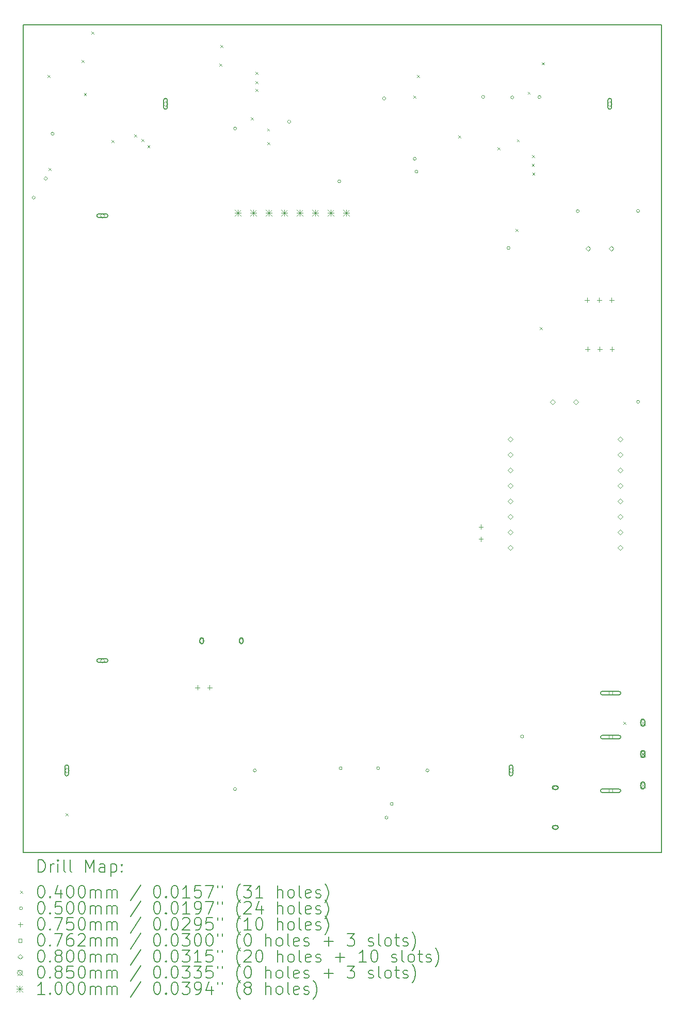
<source format=gbr>
%FSLAX45Y45*%
G04 Gerber Fmt 4.5, Leading zero omitted, Abs format (unit mm)*
G04 Created by KiCad (PCBNEW (6.0.2)) date 2022-04-22 14:36:37*
%MOMM*%
%LPD*%
G01*
G04 APERTURE LIST*
%TA.AperFunction,Profile*%
%ADD10C,0.200000*%
%TD*%
%ADD11C,0.200000*%
%ADD12C,0.040000*%
%ADD13C,0.050000*%
%ADD14C,0.075000*%
%ADD15C,0.076200*%
%ADD16C,0.080000*%
%ADD17C,0.085000*%
%ADD18C,0.100000*%
G04 APERTURE END LIST*
D10*
X3970000Y-2305000D02*
X14445000Y-2305000D01*
X14445000Y-2305000D02*
X14445000Y-15870000D01*
X14445000Y-15870000D02*
X3970000Y-15870000D01*
X3970000Y-15870000D02*
X3970000Y-2305000D01*
D11*
D12*
X4369461Y-3131250D02*
X4409461Y-3171250D01*
X4409461Y-3131250D02*
X4369461Y-3171250D01*
X4386661Y-4651971D02*
X4426661Y-4691971D01*
X4426661Y-4651971D02*
X4386661Y-4691971D01*
X4668333Y-15229348D02*
X4708333Y-15269348D01*
X4708333Y-15229348D02*
X4668333Y-15269348D01*
X4930000Y-2880000D02*
X4970000Y-2920000D01*
X4970000Y-2880000D02*
X4930000Y-2920000D01*
X4966967Y-3424667D02*
X5006967Y-3464667D01*
X5006967Y-3424667D02*
X4966967Y-3464667D01*
X5087900Y-2419640D02*
X5127900Y-2459640D01*
X5127900Y-2419640D02*
X5087900Y-2459640D01*
X5420955Y-4198012D02*
X5460955Y-4238012D01*
X5460955Y-4198012D02*
X5420955Y-4238012D01*
X5790087Y-4102353D02*
X5830087Y-4142353D01*
X5830087Y-4102353D02*
X5790087Y-4142353D01*
X5912640Y-4180410D02*
X5952640Y-4220410D01*
X5952640Y-4180410D02*
X5912640Y-4220410D01*
X6009151Y-4281984D02*
X6049151Y-4321984D01*
X6049151Y-4281984D02*
X6009151Y-4321984D01*
X7192358Y-2942261D02*
X7232358Y-2982261D01*
X7232358Y-2942261D02*
X7192358Y-2982261D01*
X7203998Y-2636297D02*
X7243998Y-2676297D01*
X7243998Y-2636297D02*
X7203998Y-2676297D01*
X7705499Y-3822376D02*
X7745499Y-3862376D01*
X7745499Y-3822376D02*
X7705499Y-3862376D01*
X7780000Y-3080000D02*
X7820000Y-3120000D01*
X7820000Y-3080000D02*
X7780000Y-3120000D01*
X7780000Y-3230000D02*
X7820000Y-3270000D01*
X7820000Y-3230000D02*
X7780000Y-3270000D01*
X7780000Y-3357550D02*
X7820000Y-3397550D01*
X7820000Y-3357550D02*
X7780000Y-3397550D01*
X7971486Y-4004859D02*
X8011486Y-4044859D01*
X8011486Y-4004859D02*
X7971486Y-4044859D01*
X7979712Y-4226965D02*
X8019712Y-4266965D01*
X8019712Y-4226965D02*
X7979712Y-4266965D01*
X10371568Y-3466255D02*
X10411568Y-3506255D01*
X10411568Y-3466255D02*
X10371568Y-3506255D01*
X10434723Y-3126591D02*
X10474723Y-3166591D01*
X10474723Y-3126591D02*
X10434723Y-3166591D01*
X11109850Y-4116116D02*
X11149850Y-4156116D01*
X11149850Y-4116116D02*
X11109850Y-4156116D01*
X11754176Y-4313112D02*
X11794176Y-4353112D01*
X11794176Y-4313112D02*
X11754176Y-4353112D01*
X12046824Y-5651517D02*
X12086824Y-5691517D01*
X12086824Y-5651517D02*
X12046824Y-5691517D01*
X12070287Y-4181671D02*
X12110287Y-4221671D01*
X12110287Y-4181671D02*
X12070287Y-4221671D01*
X12248815Y-3402450D02*
X12288815Y-3442450D01*
X12288815Y-3402450D02*
X12248815Y-3442450D01*
X12315920Y-4584613D02*
X12355920Y-4624613D01*
X12355920Y-4584613D02*
X12315920Y-4624613D01*
X12319599Y-4439023D02*
X12359599Y-4479023D01*
X12359599Y-4439023D02*
X12319599Y-4479023D01*
X12323403Y-4730390D02*
X12363403Y-4770390D01*
X12363403Y-4730390D02*
X12323403Y-4770390D01*
X12447605Y-7260858D02*
X12487605Y-7300858D01*
X12487605Y-7260858D02*
X12447605Y-7300858D01*
X12483353Y-2919988D02*
X12523353Y-2959988D01*
X12523353Y-2919988D02*
X12483353Y-2959988D01*
X13817173Y-13727983D02*
X13857173Y-13767983D01*
X13857173Y-13727983D02*
X13817173Y-13767983D01*
D13*
X4167084Y-5137761D02*
G75*
G03*
X4167084Y-5137761I-25000J0D01*
G01*
X4364434Y-4825083D02*
G75*
G03*
X4364434Y-4825083I-25000J0D01*
G01*
X4476504Y-4090669D02*
G75*
G03*
X4476504Y-4090669I-25000J0D01*
G01*
X7470529Y-14830322D02*
G75*
G03*
X7470529Y-14830322I-25000J0D01*
G01*
X7472528Y-4004922D02*
G75*
G03*
X7472528Y-4004922I-25000J0D01*
G01*
X7795481Y-14525000D02*
G75*
G03*
X7795481Y-14525000I-25000J0D01*
G01*
X8360475Y-3894019D02*
G75*
G03*
X8360475Y-3894019I-25000J0D01*
G01*
X9181058Y-4871407D02*
G75*
G03*
X9181058Y-4871407I-25000J0D01*
G01*
X9204775Y-14489970D02*
G75*
G03*
X9204775Y-14489970I-25000J0D01*
G01*
X9820529Y-14488323D02*
G75*
G03*
X9820529Y-14488323I-25000J0D01*
G01*
X9918147Y-3512268D02*
G75*
G03*
X9918147Y-3512268I-25000J0D01*
G01*
X9956703Y-15297141D02*
G75*
G03*
X9956703Y-15297141I-25000J0D01*
G01*
X10042519Y-15074212D02*
G75*
G03*
X10042519Y-15074212I-25000J0D01*
G01*
X10419890Y-4500605D02*
G75*
G03*
X10419890Y-4500605I-25000J0D01*
G01*
X10447746Y-4712193D02*
G75*
G03*
X10447746Y-4712193I-25000J0D01*
G01*
X10628811Y-14525000D02*
G75*
G03*
X10628811Y-14525000I-25000J0D01*
G01*
X11541327Y-3487943D02*
G75*
G03*
X11541327Y-3487943I-25000J0D01*
G01*
X11958136Y-5962761D02*
G75*
G03*
X11958136Y-5962761I-25000J0D01*
G01*
X12020644Y-3495334D02*
G75*
G03*
X12020644Y-3495334I-25000J0D01*
G01*
X12182326Y-13968714D02*
G75*
G03*
X12182326Y-13968714I-25000J0D01*
G01*
X12466289Y-3489421D02*
G75*
G03*
X12466289Y-3489421I-25000J0D01*
G01*
X13094427Y-5359345D02*
G75*
G03*
X13094427Y-5359345I-25000J0D01*
G01*
X14085000Y-5356016D02*
G75*
G03*
X14085000Y-5356016I-25000J0D01*
G01*
X14085000Y-8483636D02*
G75*
G03*
X14085000Y-8483636I-25000J0D01*
G01*
D14*
X6831068Y-13127067D02*
X6831068Y-13202067D01*
X6793568Y-13164567D02*
X6868568Y-13164567D01*
X7031068Y-13127067D02*
X7031068Y-13202067D01*
X6993568Y-13164567D02*
X7068568Y-13164567D01*
X11481068Y-10496340D02*
X11481068Y-10571340D01*
X11443568Y-10533840D02*
X11518568Y-10533840D01*
X11481068Y-10696340D02*
X11481068Y-10771340D01*
X11443568Y-10733840D02*
X11518568Y-10733840D01*
X13223572Y-6779080D02*
X13223572Y-6854080D01*
X13186072Y-6816580D02*
X13261072Y-6816580D01*
X13231055Y-7583485D02*
X13231055Y-7658485D01*
X13193555Y-7620985D02*
X13268555Y-7620985D01*
X13423572Y-6779080D02*
X13423572Y-6854080D01*
X13386072Y-6816580D02*
X13461072Y-6816580D01*
X13431055Y-7583485D02*
X13431055Y-7658485D01*
X13393555Y-7620985D02*
X13468555Y-7620985D01*
X13623572Y-6779080D02*
X13623572Y-6854080D01*
X13586072Y-6816580D02*
X13661072Y-6816580D01*
X13631055Y-7583485D02*
X13631055Y-7658485D01*
X13593555Y-7620985D02*
X13668555Y-7620985D01*
D15*
X13636441Y-13284441D02*
X13636441Y-13230559D01*
X13582559Y-13230559D01*
X13582559Y-13284441D01*
X13636441Y-13284441D01*
D11*
X13472600Y-13285600D02*
X13746400Y-13285600D01*
X13472600Y-13229400D02*
X13746400Y-13229400D01*
X13746400Y-13285600D02*
G75*
G03*
X13746400Y-13229400I0J28100D01*
G01*
X13472600Y-13229400D02*
G75*
G03*
X13472600Y-13285600I0J-28100D01*
G01*
D15*
X13636441Y-14004441D02*
X13636441Y-13950559D01*
X13582559Y-13950559D01*
X13582559Y-14004441D01*
X13636441Y-14004441D01*
D11*
X13472600Y-14005600D02*
X13746400Y-14005600D01*
X13472600Y-13949400D02*
X13746400Y-13949400D01*
X13746400Y-14005600D02*
G75*
G03*
X13746400Y-13949400I0J28100D01*
G01*
X13472600Y-13949400D02*
G75*
G03*
X13472600Y-14005600I0J-28100D01*
G01*
D15*
X13636441Y-14884441D02*
X13636441Y-14830559D01*
X13582559Y-14830559D01*
X13582559Y-14884441D01*
X13636441Y-14884441D01*
D11*
X13472600Y-14885600D02*
X13746400Y-14885600D01*
X13472600Y-14829400D02*
X13746400Y-14829400D01*
X13746400Y-14885600D02*
G75*
G03*
X13746400Y-14829400I0J28100D01*
G01*
X13472600Y-14829400D02*
G75*
G03*
X13472600Y-14885600I0J-28100D01*
G01*
D16*
X4684250Y-14565000D02*
X4724250Y-14525000D01*
X4684250Y-14485000D01*
X4644250Y-14525000D01*
X4684250Y-14565000D01*
D11*
X4654250Y-14465000D02*
X4654250Y-14585000D01*
X4714250Y-14465000D02*
X4714250Y-14585000D01*
X4654250Y-14585000D02*
G75*
G03*
X4714250Y-14585000I30000J0D01*
G01*
X4714250Y-14465000D02*
G75*
G03*
X4654250Y-14465000I-30000J0D01*
G01*
D16*
X5269598Y-5474250D02*
X5309598Y-5434250D01*
X5269598Y-5394250D01*
X5229598Y-5434250D01*
X5269598Y-5474250D01*
D11*
X5329598Y-5404250D02*
X5209598Y-5404250D01*
X5329598Y-5464250D02*
X5209598Y-5464250D01*
X5209598Y-5404250D02*
G75*
G03*
X5209598Y-5464250I0J-30000D01*
G01*
X5329598Y-5464250D02*
G75*
G03*
X5329598Y-5404250I0J30000D01*
G01*
D16*
X5269598Y-12764250D02*
X5309598Y-12724250D01*
X5269598Y-12684250D01*
X5229598Y-12724250D01*
X5269598Y-12764250D01*
D11*
X5329598Y-12694250D02*
X5209598Y-12694250D01*
X5329598Y-12754250D02*
X5209598Y-12754250D01*
X5209598Y-12694250D02*
G75*
G03*
X5209598Y-12754250I0J-30000D01*
G01*
X5329598Y-12754250D02*
G75*
G03*
X5329598Y-12694250I0J30000D01*
G01*
D16*
X6305000Y-3640000D02*
X6345000Y-3600000D01*
X6305000Y-3560000D01*
X6265000Y-3600000D01*
X6305000Y-3640000D01*
D11*
X6275000Y-3540000D02*
X6275000Y-3660000D01*
X6335000Y-3540000D02*
X6335000Y-3660000D01*
X6275000Y-3660000D02*
G75*
G03*
X6335000Y-3660000I30000J0D01*
G01*
X6335000Y-3540000D02*
G75*
G03*
X6275000Y-3540000I-30000J0D01*
G01*
D16*
X6900000Y-12440000D02*
X6940000Y-12400000D01*
X6900000Y-12360000D01*
X6860000Y-12400000D01*
X6900000Y-12440000D01*
D11*
X6930000Y-12420000D02*
X6930000Y-12380000D01*
X6870000Y-12420000D02*
X6870000Y-12380000D01*
X6930000Y-12380000D02*
G75*
G03*
X6870000Y-12380000I-30000J0D01*
G01*
X6870000Y-12420000D02*
G75*
G03*
X6930000Y-12420000I30000J0D01*
G01*
D16*
X7550000Y-12440000D02*
X7590000Y-12400000D01*
X7550000Y-12360000D01*
X7510000Y-12400000D01*
X7550000Y-12440000D01*
D11*
X7580000Y-12420000D02*
X7580000Y-12380000D01*
X7520000Y-12420000D02*
X7520000Y-12380000D01*
X7580000Y-12380000D02*
G75*
G03*
X7520000Y-12380000I-30000J0D01*
G01*
X7520000Y-12420000D02*
G75*
G03*
X7580000Y-12420000I30000J0D01*
G01*
D16*
X11963992Y-9134992D02*
X12003992Y-9094992D01*
X11963992Y-9054992D01*
X11923992Y-9094992D01*
X11963992Y-9134992D01*
X11963992Y-9388992D02*
X12003992Y-9348992D01*
X11963992Y-9308992D01*
X11923992Y-9348992D01*
X11963992Y-9388992D01*
X11963992Y-9642992D02*
X12003992Y-9602992D01*
X11963992Y-9562992D01*
X11923992Y-9602992D01*
X11963992Y-9642992D01*
X11963992Y-9896992D02*
X12003992Y-9856992D01*
X11963992Y-9816992D01*
X11923992Y-9856992D01*
X11963992Y-9896992D01*
X11963992Y-10150992D02*
X12003992Y-10110992D01*
X11963992Y-10070992D01*
X11923992Y-10110992D01*
X11963992Y-10150992D01*
X11963992Y-10404992D02*
X12003992Y-10364992D01*
X11963992Y-10324992D01*
X11923992Y-10364992D01*
X11963992Y-10404992D01*
X11963992Y-10658992D02*
X12003992Y-10618992D01*
X11963992Y-10578992D01*
X11923992Y-10618992D01*
X11963992Y-10658992D01*
X11963992Y-10912992D02*
X12003992Y-10872992D01*
X11963992Y-10832992D01*
X11923992Y-10872992D01*
X11963992Y-10912992D01*
X11974250Y-14565000D02*
X12014250Y-14525000D01*
X11974250Y-14485000D01*
X11934250Y-14525000D01*
X11974250Y-14565000D01*
D11*
X11944250Y-14465000D02*
X11944250Y-14585000D01*
X12004250Y-14465000D02*
X12004250Y-14585000D01*
X11944250Y-14585000D02*
G75*
G03*
X12004250Y-14585000I30000J0D01*
G01*
X12004250Y-14465000D02*
G75*
G03*
X11944250Y-14465000I-30000J0D01*
G01*
D16*
X12658938Y-8525248D02*
X12698938Y-8485248D01*
X12658938Y-8445248D01*
X12618938Y-8485248D01*
X12658938Y-8525248D01*
X12701865Y-14846228D02*
X12741865Y-14806228D01*
X12701865Y-14766228D01*
X12661865Y-14806228D01*
X12701865Y-14846228D01*
D11*
X12721865Y-14776228D02*
X12681865Y-14776228D01*
X12721865Y-14836228D02*
X12681865Y-14836228D01*
X12681865Y-14776228D02*
G75*
G03*
X12681865Y-14836228I0J-30000D01*
G01*
X12721865Y-14836228D02*
G75*
G03*
X12721865Y-14776228I0J30000D01*
G01*
D16*
X12701865Y-15496228D02*
X12741865Y-15456228D01*
X12701865Y-15416228D01*
X12661865Y-15456228D01*
X12701865Y-15496228D01*
D11*
X12721865Y-15426228D02*
X12681865Y-15426228D01*
X12721865Y-15486228D02*
X12681865Y-15486228D01*
X12681865Y-15426228D02*
G75*
G03*
X12681865Y-15486228I0J-30000D01*
G01*
X12721865Y-15486228D02*
G75*
G03*
X12721865Y-15426228I0J30000D01*
G01*
D16*
X13038938Y-8525248D02*
X13078938Y-8485248D01*
X13038938Y-8445248D01*
X12998938Y-8485248D01*
X13038938Y-8525248D01*
X13239565Y-6013640D02*
X13279565Y-5973640D01*
X13239565Y-5933640D01*
X13199565Y-5973640D01*
X13239565Y-6013640D01*
X13595000Y-3640000D02*
X13635000Y-3600000D01*
X13595000Y-3560000D01*
X13555000Y-3600000D01*
X13595000Y-3640000D01*
D11*
X13565000Y-3540000D02*
X13565000Y-3660000D01*
X13625000Y-3540000D02*
X13625000Y-3660000D01*
X13565000Y-3660000D02*
G75*
G03*
X13625000Y-3660000I30000J0D01*
G01*
X13625000Y-3540000D02*
G75*
G03*
X13565000Y-3540000I-30000J0D01*
G01*
D16*
X13619565Y-6013640D02*
X13659565Y-5973640D01*
X13619565Y-5933640D01*
X13579565Y-5973640D01*
X13619565Y-6013640D01*
X13767392Y-9134992D02*
X13807392Y-9094992D01*
X13767392Y-9054992D01*
X13727392Y-9094992D01*
X13767392Y-9134992D01*
X13767392Y-9388992D02*
X13807392Y-9348992D01*
X13767392Y-9308992D01*
X13727392Y-9348992D01*
X13767392Y-9388992D01*
X13767392Y-9642992D02*
X13807392Y-9602992D01*
X13767392Y-9562992D01*
X13727392Y-9602992D01*
X13767392Y-9642992D01*
X13767392Y-9896992D02*
X13807392Y-9856992D01*
X13767392Y-9816992D01*
X13727392Y-9856992D01*
X13767392Y-9896992D01*
X13767392Y-10150992D02*
X13807392Y-10110992D01*
X13767392Y-10070992D01*
X13727392Y-10110992D01*
X13767392Y-10150992D01*
X13767392Y-10404992D02*
X13807392Y-10364992D01*
X13767392Y-10324992D01*
X13727392Y-10364992D01*
X13767392Y-10404992D01*
X13767392Y-10658992D02*
X13807392Y-10618992D01*
X13767392Y-10578992D01*
X13727392Y-10618992D01*
X13767392Y-10658992D01*
X13767392Y-10912992D02*
X13807392Y-10872992D01*
X13767392Y-10832992D01*
X13727392Y-10872992D01*
X13767392Y-10912992D01*
D17*
X14095844Y-13698921D02*
X14180844Y-13783921D01*
X14180844Y-13698921D02*
X14095844Y-13783921D01*
X14180844Y-13741421D02*
G75*
G03*
X14180844Y-13741421I-42500J0D01*
G01*
D11*
X14105844Y-13713921D02*
X14105844Y-13768921D01*
X14170844Y-13713921D02*
X14170844Y-13768921D01*
X14105844Y-13768921D02*
G75*
G03*
X14170844Y-13768921I32500J0D01*
G01*
X14170844Y-13713921D02*
G75*
G03*
X14105844Y-13713921I-32500J0D01*
G01*
D17*
X14095844Y-14213921D02*
X14180844Y-14298921D01*
X14180844Y-14213921D02*
X14095844Y-14298921D01*
X14180844Y-14256421D02*
G75*
G03*
X14180844Y-14256421I-42500J0D01*
G01*
D11*
X14105844Y-14228921D02*
X14105844Y-14283921D01*
X14170844Y-14228921D02*
X14170844Y-14283921D01*
X14105844Y-14283921D02*
G75*
G03*
X14170844Y-14283921I32500J0D01*
G01*
X14170844Y-14228921D02*
G75*
G03*
X14105844Y-14228921I-32500J0D01*
G01*
D17*
X14095844Y-14728921D02*
X14180844Y-14813921D01*
X14180844Y-14728921D02*
X14095844Y-14813921D01*
X14180844Y-14771421D02*
G75*
G03*
X14180844Y-14771421I-42500J0D01*
G01*
D11*
X14105844Y-14743921D02*
X14105844Y-14798921D01*
X14170844Y-14743921D02*
X14170844Y-14798921D01*
X14105844Y-14798921D02*
G75*
G03*
X14170844Y-14798921I32500J0D01*
G01*
X14170844Y-14743921D02*
G75*
G03*
X14105844Y-14743921I-32500J0D01*
G01*
D18*
X7440784Y-5337265D02*
X7540784Y-5437265D01*
X7540784Y-5337265D02*
X7440784Y-5437265D01*
X7490784Y-5337265D02*
X7490784Y-5437265D01*
X7440784Y-5387265D02*
X7540784Y-5387265D01*
X7694784Y-5337265D02*
X7794784Y-5437265D01*
X7794784Y-5337265D02*
X7694784Y-5437265D01*
X7744784Y-5337265D02*
X7744784Y-5437265D01*
X7694784Y-5387265D02*
X7794784Y-5387265D01*
X7948784Y-5337265D02*
X8048784Y-5437265D01*
X8048784Y-5337265D02*
X7948784Y-5437265D01*
X7998784Y-5337265D02*
X7998784Y-5437265D01*
X7948784Y-5387265D02*
X8048784Y-5387265D01*
X8202784Y-5337265D02*
X8302784Y-5437265D01*
X8302784Y-5337265D02*
X8202784Y-5437265D01*
X8252784Y-5337265D02*
X8252784Y-5437265D01*
X8202784Y-5387265D02*
X8302784Y-5387265D01*
X8456784Y-5337265D02*
X8556784Y-5437265D01*
X8556784Y-5337265D02*
X8456784Y-5437265D01*
X8506784Y-5337265D02*
X8506784Y-5437265D01*
X8456784Y-5387265D02*
X8556784Y-5387265D01*
X8710784Y-5337265D02*
X8810784Y-5437265D01*
X8810784Y-5337265D02*
X8710784Y-5437265D01*
X8760784Y-5337265D02*
X8760784Y-5437265D01*
X8710784Y-5387265D02*
X8810784Y-5387265D01*
X8964784Y-5337265D02*
X9064784Y-5437265D01*
X9064784Y-5337265D02*
X8964784Y-5437265D01*
X9014784Y-5337265D02*
X9014784Y-5437265D01*
X8964784Y-5387265D02*
X9064784Y-5387265D01*
X9218784Y-5337265D02*
X9318784Y-5437265D01*
X9318784Y-5337265D02*
X9218784Y-5437265D01*
X9268784Y-5337265D02*
X9268784Y-5437265D01*
X9218784Y-5387265D02*
X9318784Y-5387265D01*
D11*
X4217619Y-16190476D02*
X4217619Y-15990476D01*
X4265238Y-15990476D01*
X4293810Y-16000000D01*
X4312857Y-16019048D01*
X4322381Y-16038095D01*
X4331905Y-16076190D01*
X4331905Y-16104762D01*
X4322381Y-16142857D01*
X4312857Y-16161905D01*
X4293810Y-16180952D01*
X4265238Y-16190476D01*
X4217619Y-16190476D01*
X4417619Y-16190476D02*
X4417619Y-16057143D01*
X4417619Y-16095238D02*
X4427143Y-16076190D01*
X4436667Y-16066667D01*
X4455714Y-16057143D01*
X4474762Y-16057143D01*
X4541429Y-16190476D02*
X4541429Y-16057143D01*
X4541429Y-15990476D02*
X4531905Y-16000000D01*
X4541429Y-16009524D01*
X4550952Y-16000000D01*
X4541429Y-15990476D01*
X4541429Y-16009524D01*
X4665238Y-16190476D02*
X4646190Y-16180952D01*
X4636667Y-16161905D01*
X4636667Y-15990476D01*
X4770000Y-16190476D02*
X4750952Y-16180952D01*
X4741429Y-16161905D01*
X4741429Y-15990476D01*
X4998571Y-16190476D02*
X4998571Y-15990476D01*
X5065238Y-16133333D01*
X5131905Y-15990476D01*
X5131905Y-16190476D01*
X5312857Y-16190476D02*
X5312857Y-16085714D01*
X5303333Y-16066667D01*
X5284286Y-16057143D01*
X5246190Y-16057143D01*
X5227143Y-16066667D01*
X5312857Y-16180952D02*
X5293810Y-16190476D01*
X5246190Y-16190476D01*
X5227143Y-16180952D01*
X5217619Y-16161905D01*
X5217619Y-16142857D01*
X5227143Y-16123809D01*
X5246190Y-16114286D01*
X5293810Y-16114286D01*
X5312857Y-16104762D01*
X5408095Y-16057143D02*
X5408095Y-16257143D01*
X5408095Y-16066667D02*
X5427143Y-16057143D01*
X5465238Y-16057143D01*
X5484286Y-16066667D01*
X5493810Y-16076190D01*
X5503333Y-16095238D01*
X5503333Y-16152381D01*
X5493810Y-16171428D01*
X5484286Y-16180952D01*
X5465238Y-16190476D01*
X5427143Y-16190476D01*
X5408095Y-16180952D01*
X5589048Y-16171428D02*
X5598571Y-16180952D01*
X5589048Y-16190476D01*
X5579524Y-16180952D01*
X5589048Y-16171428D01*
X5589048Y-16190476D01*
X5589048Y-16066667D02*
X5598571Y-16076190D01*
X5589048Y-16085714D01*
X5579524Y-16076190D01*
X5589048Y-16066667D01*
X5589048Y-16085714D01*
D12*
X3920000Y-16500000D02*
X3960000Y-16540000D01*
X3960000Y-16500000D02*
X3920000Y-16540000D01*
D11*
X4255714Y-16410476D02*
X4274762Y-16410476D01*
X4293810Y-16420000D01*
X4303333Y-16429524D01*
X4312857Y-16448571D01*
X4322381Y-16486667D01*
X4322381Y-16534286D01*
X4312857Y-16572381D01*
X4303333Y-16591428D01*
X4293810Y-16600952D01*
X4274762Y-16610476D01*
X4255714Y-16610476D01*
X4236667Y-16600952D01*
X4227143Y-16591428D01*
X4217619Y-16572381D01*
X4208095Y-16534286D01*
X4208095Y-16486667D01*
X4217619Y-16448571D01*
X4227143Y-16429524D01*
X4236667Y-16420000D01*
X4255714Y-16410476D01*
X4408095Y-16591428D02*
X4417619Y-16600952D01*
X4408095Y-16610476D01*
X4398571Y-16600952D01*
X4408095Y-16591428D01*
X4408095Y-16610476D01*
X4589048Y-16477143D02*
X4589048Y-16610476D01*
X4541429Y-16400952D02*
X4493810Y-16543809D01*
X4617619Y-16543809D01*
X4731905Y-16410476D02*
X4750952Y-16410476D01*
X4770000Y-16420000D01*
X4779524Y-16429524D01*
X4789048Y-16448571D01*
X4798571Y-16486667D01*
X4798571Y-16534286D01*
X4789048Y-16572381D01*
X4779524Y-16591428D01*
X4770000Y-16600952D01*
X4750952Y-16610476D01*
X4731905Y-16610476D01*
X4712857Y-16600952D01*
X4703333Y-16591428D01*
X4693810Y-16572381D01*
X4684286Y-16534286D01*
X4684286Y-16486667D01*
X4693810Y-16448571D01*
X4703333Y-16429524D01*
X4712857Y-16420000D01*
X4731905Y-16410476D01*
X4922381Y-16410476D02*
X4941429Y-16410476D01*
X4960476Y-16420000D01*
X4970000Y-16429524D01*
X4979524Y-16448571D01*
X4989048Y-16486667D01*
X4989048Y-16534286D01*
X4979524Y-16572381D01*
X4970000Y-16591428D01*
X4960476Y-16600952D01*
X4941429Y-16610476D01*
X4922381Y-16610476D01*
X4903333Y-16600952D01*
X4893810Y-16591428D01*
X4884286Y-16572381D01*
X4874762Y-16534286D01*
X4874762Y-16486667D01*
X4884286Y-16448571D01*
X4893810Y-16429524D01*
X4903333Y-16420000D01*
X4922381Y-16410476D01*
X5074762Y-16610476D02*
X5074762Y-16477143D01*
X5074762Y-16496190D02*
X5084286Y-16486667D01*
X5103333Y-16477143D01*
X5131905Y-16477143D01*
X5150952Y-16486667D01*
X5160476Y-16505714D01*
X5160476Y-16610476D01*
X5160476Y-16505714D02*
X5170000Y-16486667D01*
X5189048Y-16477143D01*
X5217619Y-16477143D01*
X5236667Y-16486667D01*
X5246190Y-16505714D01*
X5246190Y-16610476D01*
X5341429Y-16610476D02*
X5341429Y-16477143D01*
X5341429Y-16496190D02*
X5350952Y-16486667D01*
X5370000Y-16477143D01*
X5398571Y-16477143D01*
X5417619Y-16486667D01*
X5427143Y-16505714D01*
X5427143Y-16610476D01*
X5427143Y-16505714D02*
X5436667Y-16486667D01*
X5455714Y-16477143D01*
X5484286Y-16477143D01*
X5503333Y-16486667D01*
X5512857Y-16505714D01*
X5512857Y-16610476D01*
X5903333Y-16400952D02*
X5731905Y-16658095D01*
X6160476Y-16410476D02*
X6179524Y-16410476D01*
X6198571Y-16420000D01*
X6208095Y-16429524D01*
X6217619Y-16448571D01*
X6227143Y-16486667D01*
X6227143Y-16534286D01*
X6217619Y-16572381D01*
X6208095Y-16591428D01*
X6198571Y-16600952D01*
X6179524Y-16610476D01*
X6160476Y-16610476D01*
X6141428Y-16600952D01*
X6131905Y-16591428D01*
X6122381Y-16572381D01*
X6112857Y-16534286D01*
X6112857Y-16486667D01*
X6122381Y-16448571D01*
X6131905Y-16429524D01*
X6141428Y-16420000D01*
X6160476Y-16410476D01*
X6312857Y-16591428D02*
X6322381Y-16600952D01*
X6312857Y-16610476D01*
X6303333Y-16600952D01*
X6312857Y-16591428D01*
X6312857Y-16610476D01*
X6446190Y-16410476D02*
X6465238Y-16410476D01*
X6484286Y-16420000D01*
X6493809Y-16429524D01*
X6503333Y-16448571D01*
X6512857Y-16486667D01*
X6512857Y-16534286D01*
X6503333Y-16572381D01*
X6493809Y-16591428D01*
X6484286Y-16600952D01*
X6465238Y-16610476D01*
X6446190Y-16610476D01*
X6427143Y-16600952D01*
X6417619Y-16591428D01*
X6408095Y-16572381D01*
X6398571Y-16534286D01*
X6398571Y-16486667D01*
X6408095Y-16448571D01*
X6417619Y-16429524D01*
X6427143Y-16420000D01*
X6446190Y-16410476D01*
X6703333Y-16610476D02*
X6589048Y-16610476D01*
X6646190Y-16610476D02*
X6646190Y-16410476D01*
X6627143Y-16439048D01*
X6608095Y-16458095D01*
X6589048Y-16467619D01*
X6884286Y-16410476D02*
X6789048Y-16410476D01*
X6779524Y-16505714D01*
X6789048Y-16496190D01*
X6808095Y-16486667D01*
X6855714Y-16486667D01*
X6874762Y-16496190D01*
X6884286Y-16505714D01*
X6893809Y-16524762D01*
X6893809Y-16572381D01*
X6884286Y-16591428D01*
X6874762Y-16600952D01*
X6855714Y-16610476D01*
X6808095Y-16610476D01*
X6789048Y-16600952D01*
X6779524Y-16591428D01*
X6960476Y-16410476D02*
X7093809Y-16410476D01*
X7008095Y-16610476D01*
X7160476Y-16410476D02*
X7160476Y-16448571D01*
X7236667Y-16410476D02*
X7236667Y-16448571D01*
X7531905Y-16686667D02*
X7522381Y-16677143D01*
X7503333Y-16648571D01*
X7493809Y-16629524D01*
X7484286Y-16600952D01*
X7474762Y-16553333D01*
X7474762Y-16515238D01*
X7484286Y-16467619D01*
X7493809Y-16439048D01*
X7503333Y-16420000D01*
X7522381Y-16391428D01*
X7531905Y-16381905D01*
X7589048Y-16410476D02*
X7712857Y-16410476D01*
X7646190Y-16486667D01*
X7674762Y-16486667D01*
X7693809Y-16496190D01*
X7703333Y-16505714D01*
X7712857Y-16524762D01*
X7712857Y-16572381D01*
X7703333Y-16591428D01*
X7693809Y-16600952D01*
X7674762Y-16610476D01*
X7617619Y-16610476D01*
X7598571Y-16600952D01*
X7589048Y-16591428D01*
X7903333Y-16610476D02*
X7789048Y-16610476D01*
X7846190Y-16610476D02*
X7846190Y-16410476D01*
X7827143Y-16439048D01*
X7808095Y-16458095D01*
X7789048Y-16467619D01*
X8141428Y-16610476D02*
X8141428Y-16410476D01*
X8227143Y-16610476D02*
X8227143Y-16505714D01*
X8217619Y-16486667D01*
X8198571Y-16477143D01*
X8170000Y-16477143D01*
X8150952Y-16486667D01*
X8141428Y-16496190D01*
X8350952Y-16610476D02*
X8331905Y-16600952D01*
X8322381Y-16591428D01*
X8312857Y-16572381D01*
X8312857Y-16515238D01*
X8322381Y-16496190D01*
X8331905Y-16486667D01*
X8350952Y-16477143D01*
X8379524Y-16477143D01*
X8398571Y-16486667D01*
X8408095Y-16496190D01*
X8417619Y-16515238D01*
X8417619Y-16572381D01*
X8408095Y-16591428D01*
X8398571Y-16600952D01*
X8379524Y-16610476D01*
X8350952Y-16610476D01*
X8531905Y-16610476D02*
X8512857Y-16600952D01*
X8503333Y-16581905D01*
X8503333Y-16410476D01*
X8684286Y-16600952D02*
X8665238Y-16610476D01*
X8627143Y-16610476D01*
X8608095Y-16600952D01*
X8598571Y-16581905D01*
X8598571Y-16505714D01*
X8608095Y-16486667D01*
X8627143Y-16477143D01*
X8665238Y-16477143D01*
X8684286Y-16486667D01*
X8693810Y-16505714D01*
X8693810Y-16524762D01*
X8598571Y-16543809D01*
X8770000Y-16600952D02*
X8789048Y-16610476D01*
X8827143Y-16610476D01*
X8846190Y-16600952D01*
X8855714Y-16581905D01*
X8855714Y-16572381D01*
X8846190Y-16553333D01*
X8827143Y-16543809D01*
X8798571Y-16543809D01*
X8779524Y-16534286D01*
X8770000Y-16515238D01*
X8770000Y-16505714D01*
X8779524Y-16486667D01*
X8798571Y-16477143D01*
X8827143Y-16477143D01*
X8846190Y-16486667D01*
X8922381Y-16686667D02*
X8931905Y-16677143D01*
X8950952Y-16648571D01*
X8960476Y-16629524D01*
X8970000Y-16600952D01*
X8979524Y-16553333D01*
X8979524Y-16515238D01*
X8970000Y-16467619D01*
X8960476Y-16439048D01*
X8950952Y-16420000D01*
X8931905Y-16391428D01*
X8922381Y-16381905D01*
D13*
X3960000Y-16784000D02*
G75*
G03*
X3960000Y-16784000I-25000J0D01*
G01*
D11*
X4255714Y-16674476D02*
X4274762Y-16674476D01*
X4293810Y-16684000D01*
X4303333Y-16693524D01*
X4312857Y-16712571D01*
X4322381Y-16750667D01*
X4322381Y-16798286D01*
X4312857Y-16836381D01*
X4303333Y-16855429D01*
X4293810Y-16864952D01*
X4274762Y-16874476D01*
X4255714Y-16874476D01*
X4236667Y-16864952D01*
X4227143Y-16855429D01*
X4217619Y-16836381D01*
X4208095Y-16798286D01*
X4208095Y-16750667D01*
X4217619Y-16712571D01*
X4227143Y-16693524D01*
X4236667Y-16684000D01*
X4255714Y-16674476D01*
X4408095Y-16855429D02*
X4417619Y-16864952D01*
X4408095Y-16874476D01*
X4398571Y-16864952D01*
X4408095Y-16855429D01*
X4408095Y-16874476D01*
X4598571Y-16674476D02*
X4503333Y-16674476D01*
X4493810Y-16769714D01*
X4503333Y-16760190D01*
X4522381Y-16750667D01*
X4570000Y-16750667D01*
X4589048Y-16760190D01*
X4598571Y-16769714D01*
X4608095Y-16788762D01*
X4608095Y-16836381D01*
X4598571Y-16855429D01*
X4589048Y-16864952D01*
X4570000Y-16874476D01*
X4522381Y-16874476D01*
X4503333Y-16864952D01*
X4493810Y-16855429D01*
X4731905Y-16674476D02*
X4750952Y-16674476D01*
X4770000Y-16684000D01*
X4779524Y-16693524D01*
X4789048Y-16712571D01*
X4798571Y-16750667D01*
X4798571Y-16798286D01*
X4789048Y-16836381D01*
X4779524Y-16855429D01*
X4770000Y-16864952D01*
X4750952Y-16874476D01*
X4731905Y-16874476D01*
X4712857Y-16864952D01*
X4703333Y-16855429D01*
X4693810Y-16836381D01*
X4684286Y-16798286D01*
X4684286Y-16750667D01*
X4693810Y-16712571D01*
X4703333Y-16693524D01*
X4712857Y-16684000D01*
X4731905Y-16674476D01*
X4922381Y-16674476D02*
X4941429Y-16674476D01*
X4960476Y-16684000D01*
X4970000Y-16693524D01*
X4979524Y-16712571D01*
X4989048Y-16750667D01*
X4989048Y-16798286D01*
X4979524Y-16836381D01*
X4970000Y-16855429D01*
X4960476Y-16864952D01*
X4941429Y-16874476D01*
X4922381Y-16874476D01*
X4903333Y-16864952D01*
X4893810Y-16855429D01*
X4884286Y-16836381D01*
X4874762Y-16798286D01*
X4874762Y-16750667D01*
X4884286Y-16712571D01*
X4893810Y-16693524D01*
X4903333Y-16684000D01*
X4922381Y-16674476D01*
X5074762Y-16874476D02*
X5074762Y-16741143D01*
X5074762Y-16760190D02*
X5084286Y-16750667D01*
X5103333Y-16741143D01*
X5131905Y-16741143D01*
X5150952Y-16750667D01*
X5160476Y-16769714D01*
X5160476Y-16874476D01*
X5160476Y-16769714D02*
X5170000Y-16750667D01*
X5189048Y-16741143D01*
X5217619Y-16741143D01*
X5236667Y-16750667D01*
X5246190Y-16769714D01*
X5246190Y-16874476D01*
X5341429Y-16874476D02*
X5341429Y-16741143D01*
X5341429Y-16760190D02*
X5350952Y-16750667D01*
X5370000Y-16741143D01*
X5398571Y-16741143D01*
X5417619Y-16750667D01*
X5427143Y-16769714D01*
X5427143Y-16874476D01*
X5427143Y-16769714D02*
X5436667Y-16750667D01*
X5455714Y-16741143D01*
X5484286Y-16741143D01*
X5503333Y-16750667D01*
X5512857Y-16769714D01*
X5512857Y-16874476D01*
X5903333Y-16664952D02*
X5731905Y-16922095D01*
X6160476Y-16674476D02*
X6179524Y-16674476D01*
X6198571Y-16684000D01*
X6208095Y-16693524D01*
X6217619Y-16712571D01*
X6227143Y-16750667D01*
X6227143Y-16798286D01*
X6217619Y-16836381D01*
X6208095Y-16855429D01*
X6198571Y-16864952D01*
X6179524Y-16874476D01*
X6160476Y-16874476D01*
X6141428Y-16864952D01*
X6131905Y-16855429D01*
X6122381Y-16836381D01*
X6112857Y-16798286D01*
X6112857Y-16750667D01*
X6122381Y-16712571D01*
X6131905Y-16693524D01*
X6141428Y-16684000D01*
X6160476Y-16674476D01*
X6312857Y-16855429D02*
X6322381Y-16864952D01*
X6312857Y-16874476D01*
X6303333Y-16864952D01*
X6312857Y-16855429D01*
X6312857Y-16874476D01*
X6446190Y-16674476D02*
X6465238Y-16674476D01*
X6484286Y-16684000D01*
X6493809Y-16693524D01*
X6503333Y-16712571D01*
X6512857Y-16750667D01*
X6512857Y-16798286D01*
X6503333Y-16836381D01*
X6493809Y-16855429D01*
X6484286Y-16864952D01*
X6465238Y-16874476D01*
X6446190Y-16874476D01*
X6427143Y-16864952D01*
X6417619Y-16855429D01*
X6408095Y-16836381D01*
X6398571Y-16798286D01*
X6398571Y-16750667D01*
X6408095Y-16712571D01*
X6417619Y-16693524D01*
X6427143Y-16684000D01*
X6446190Y-16674476D01*
X6703333Y-16874476D02*
X6589048Y-16874476D01*
X6646190Y-16874476D02*
X6646190Y-16674476D01*
X6627143Y-16703048D01*
X6608095Y-16722095D01*
X6589048Y-16731619D01*
X6798571Y-16874476D02*
X6836667Y-16874476D01*
X6855714Y-16864952D01*
X6865238Y-16855429D01*
X6884286Y-16826857D01*
X6893809Y-16788762D01*
X6893809Y-16712571D01*
X6884286Y-16693524D01*
X6874762Y-16684000D01*
X6855714Y-16674476D01*
X6817619Y-16674476D01*
X6798571Y-16684000D01*
X6789048Y-16693524D01*
X6779524Y-16712571D01*
X6779524Y-16760190D01*
X6789048Y-16779238D01*
X6798571Y-16788762D01*
X6817619Y-16798286D01*
X6855714Y-16798286D01*
X6874762Y-16788762D01*
X6884286Y-16779238D01*
X6893809Y-16760190D01*
X6960476Y-16674476D02*
X7093809Y-16674476D01*
X7008095Y-16874476D01*
X7160476Y-16674476D02*
X7160476Y-16712571D01*
X7236667Y-16674476D02*
X7236667Y-16712571D01*
X7531905Y-16950667D02*
X7522381Y-16941143D01*
X7503333Y-16912571D01*
X7493809Y-16893524D01*
X7484286Y-16864952D01*
X7474762Y-16817333D01*
X7474762Y-16779238D01*
X7484286Y-16731619D01*
X7493809Y-16703048D01*
X7503333Y-16684000D01*
X7522381Y-16655428D01*
X7531905Y-16645905D01*
X7598571Y-16693524D02*
X7608095Y-16684000D01*
X7627143Y-16674476D01*
X7674762Y-16674476D01*
X7693809Y-16684000D01*
X7703333Y-16693524D01*
X7712857Y-16712571D01*
X7712857Y-16731619D01*
X7703333Y-16760190D01*
X7589048Y-16874476D01*
X7712857Y-16874476D01*
X7884286Y-16741143D02*
X7884286Y-16874476D01*
X7836667Y-16664952D02*
X7789048Y-16807810D01*
X7912857Y-16807810D01*
X8141428Y-16874476D02*
X8141428Y-16674476D01*
X8227143Y-16874476D02*
X8227143Y-16769714D01*
X8217619Y-16750667D01*
X8198571Y-16741143D01*
X8170000Y-16741143D01*
X8150952Y-16750667D01*
X8141428Y-16760190D01*
X8350952Y-16874476D02*
X8331905Y-16864952D01*
X8322381Y-16855429D01*
X8312857Y-16836381D01*
X8312857Y-16779238D01*
X8322381Y-16760190D01*
X8331905Y-16750667D01*
X8350952Y-16741143D01*
X8379524Y-16741143D01*
X8398571Y-16750667D01*
X8408095Y-16760190D01*
X8417619Y-16779238D01*
X8417619Y-16836381D01*
X8408095Y-16855429D01*
X8398571Y-16864952D01*
X8379524Y-16874476D01*
X8350952Y-16874476D01*
X8531905Y-16874476D02*
X8512857Y-16864952D01*
X8503333Y-16845905D01*
X8503333Y-16674476D01*
X8684286Y-16864952D02*
X8665238Y-16874476D01*
X8627143Y-16874476D01*
X8608095Y-16864952D01*
X8598571Y-16845905D01*
X8598571Y-16769714D01*
X8608095Y-16750667D01*
X8627143Y-16741143D01*
X8665238Y-16741143D01*
X8684286Y-16750667D01*
X8693810Y-16769714D01*
X8693810Y-16788762D01*
X8598571Y-16807810D01*
X8770000Y-16864952D02*
X8789048Y-16874476D01*
X8827143Y-16874476D01*
X8846190Y-16864952D01*
X8855714Y-16845905D01*
X8855714Y-16836381D01*
X8846190Y-16817333D01*
X8827143Y-16807810D01*
X8798571Y-16807810D01*
X8779524Y-16798286D01*
X8770000Y-16779238D01*
X8770000Y-16769714D01*
X8779524Y-16750667D01*
X8798571Y-16741143D01*
X8827143Y-16741143D01*
X8846190Y-16750667D01*
X8922381Y-16950667D02*
X8931905Y-16941143D01*
X8950952Y-16912571D01*
X8960476Y-16893524D01*
X8970000Y-16864952D01*
X8979524Y-16817333D01*
X8979524Y-16779238D01*
X8970000Y-16731619D01*
X8960476Y-16703048D01*
X8950952Y-16684000D01*
X8931905Y-16655428D01*
X8922381Y-16645905D01*
D14*
X3922500Y-17010500D02*
X3922500Y-17085500D01*
X3885000Y-17048000D02*
X3960000Y-17048000D01*
D11*
X4255714Y-16938476D02*
X4274762Y-16938476D01*
X4293810Y-16948000D01*
X4303333Y-16957524D01*
X4312857Y-16976571D01*
X4322381Y-17014667D01*
X4322381Y-17062286D01*
X4312857Y-17100381D01*
X4303333Y-17119429D01*
X4293810Y-17128952D01*
X4274762Y-17138476D01*
X4255714Y-17138476D01*
X4236667Y-17128952D01*
X4227143Y-17119429D01*
X4217619Y-17100381D01*
X4208095Y-17062286D01*
X4208095Y-17014667D01*
X4217619Y-16976571D01*
X4227143Y-16957524D01*
X4236667Y-16948000D01*
X4255714Y-16938476D01*
X4408095Y-17119429D02*
X4417619Y-17128952D01*
X4408095Y-17138476D01*
X4398571Y-17128952D01*
X4408095Y-17119429D01*
X4408095Y-17138476D01*
X4484286Y-16938476D02*
X4617619Y-16938476D01*
X4531905Y-17138476D01*
X4789048Y-16938476D02*
X4693810Y-16938476D01*
X4684286Y-17033714D01*
X4693810Y-17024190D01*
X4712857Y-17014667D01*
X4760476Y-17014667D01*
X4779524Y-17024190D01*
X4789048Y-17033714D01*
X4798571Y-17052762D01*
X4798571Y-17100381D01*
X4789048Y-17119429D01*
X4779524Y-17128952D01*
X4760476Y-17138476D01*
X4712857Y-17138476D01*
X4693810Y-17128952D01*
X4684286Y-17119429D01*
X4922381Y-16938476D02*
X4941429Y-16938476D01*
X4960476Y-16948000D01*
X4970000Y-16957524D01*
X4979524Y-16976571D01*
X4989048Y-17014667D01*
X4989048Y-17062286D01*
X4979524Y-17100381D01*
X4970000Y-17119429D01*
X4960476Y-17128952D01*
X4941429Y-17138476D01*
X4922381Y-17138476D01*
X4903333Y-17128952D01*
X4893810Y-17119429D01*
X4884286Y-17100381D01*
X4874762Y-17062286D01*
X4874762Y-17014667D01*
X4884286Y-16976571D01*
X4893810Y-16957524D01*
X4903333Y-16948000D01*
X4922381Y-16938476D01*
X5074762Y-17138476D02*
X5074762Y-17005143D01*
X5074762Y-17024190D02*
X5084286Y-17014667D01*
X5103333Y-17005143D01*
X5131905Y-17005143D01*
X5150952Y-17014667D01*
X5160476Y-17033714D01*
X5160476Y-17138476D01*
X5160476Y-17033714D02*
X5170000Y-17014667D01*
X5189048Y-17005143D01*
X5217619Y-17005143D01*
X5236667Y-17014667D01*
X5246190Y-17033714D01*
X5246190Y-17138476D01*
X5341429Y-17138476D02*
X5341429Y-17005143D01*
X5341429Y-17024190D02*
X5350952Y-17014667D01*
X5370000Y-17005143D01*
X5398571Y-17005143D01*
X5417619Y-17014667D01*
X5427143Y-17033714D01*
X5427143Y-17138476D01*
X5427143Y-17033714D02*
X5436667Y-17014667D01*
X5455714Y-17005143D01*
X5484286Y-17005143D01*
X5503333Y-17014667D01*
X5512857Y-17033714D01*
X5512857Y-17138476D01*
X5903333Y-16928952D02*
X5731905Y-17186095D01*
X6160476Y-16938476D02*
X6179524Y-16938476D01*
X6198571Y-16948000D01*
X6208095Y-16957524D01*
X6217619Y-16976571D01*
X6227143Y-17014667D01*
X6227143Y-17062286D01*
X6217619Y-17100381D01*
X6208095Y-17119429D01*
X6198571Y-17128952D01*
X6179524Y-17138476D01*
X6160476Y-17138476D01*
X6141428Y-17128952D01*
X6131905Y-17119429D01*
X6122381Y-17100381D01*
X6112857Y-17062286D01*
X6112857Y-17014667D01*
X6122381Y-16976571D01*
X6131905Y-16957524D01*
X6141428Y-16948000D01*
X6160476Y-16938476D01*
X6312857Y-17119429D02*
X6322381Y-17128952D01*
X6312857Y-17138476D01*
X6303333Y-17128952D01*
X6312857Y-17119429D01*
X6312857Y-17138476D01*
X6446190Y-16938476D02*
X6465238Y-16938476D01*
X6484286Y-16948000D01*
X6493809Y-16957524D01*
X6503333Y-16976571D01*
X6512857Y-17014667D01*
X6512857Y-17062286D01*
X6503333Y-17100381D01*
X6493809Y-17119429D01*
X6484286Y-17128952D01*
X6465238Y-17138476D01*
X6446190Y-17138476D01*
X6427143Y-17128952D01*
X6417619Y-17119429D01*
X6408095Y-17100381D01*
X6398571Y-17062286D01*
X6398571Y-17014667D01*
X6408095Y-16976571D01*
X6417619Y-16957524D01*
X6427143Y-16948000D01*
X6446190Y-16938476D01*
X6589048Y-16957524D02*
X6598571Y-16948000D01*
X6617619Y-16938476D01*
X6665238Y-16938476D01*
X6684286Y-16948000D01*
X6693809Y-16957524D01*
X6703333Y-16976571D01*
X6703333Y-16995619D01*
X6693809Y-17024190D01*
X6579524Y-17138476D01*
X6703333Y-17138476D01*
X6798571Y-17138476D02*
X6836667Y-17138476D01*
X6855714Y-17128952D01*
X6865238Y-17119429D01*
X6884286Y-17090857D01*
X6893809Y-17052762D01*
X6893809Y-16976571D01*
X6884286Y-16957524D01*
X6874762Y-16948000D01*
X6855714Y-16938476D01*
X6817619Y-16938476D01*
X6798571Y-16948000D01*
X6789048Y-16957524D01*
X6779524Y-16976571D01*
X6779524Y-17024190D01*
X6789048Y-17043238D01*
X6798571Y-17052762D01*
X6817619Y-17062286D01*
X6855714Y-17062286D01*
X6874762Y-17052762D01*
X6884286Y-17043238D01*
X6893809Y-17024190D01*
X7074762Y-16938476D02*
X6979524Y-16938476D01*
X6970000Y-17033714D01*
X6979524Y-17024190D01*
X6998571Y-17014667D01*
X7046190Y-17014667D01*
X7065238Y-17024190D01*
X7074762Y-17033714D01*
X7084286Y-17052762D01*
X7084286Y-17100381D01*
X7074762Y-17119429D01*
X7065238Y-17128952D01*
X7046190Y-17138476D01*
X6998571Y-17138476D01*
X6979524Y-17128952D01*
X6970000Y-17119429D01*
X7160476Y-16938476D02*
X7160476Y-16976571D01*
X7236667Y-16938476D02*
X7236667Y-16976571D01*
X7531905Y-17214667D02*
X7522381Y-17205143D01*
X7503333Y-17176571D01*
X7493809Y-17157524D01*
X7484286Y-17128952D01*
X7474762Y-17081333D01*
X7474762Y-17043238D01*
X7484286Y-16995619D01*
X7493809Y-16967048D01*
X7503333Y-16948000D01*
X7522381Y-16919429D01*
X7531905Y-16909905D01*
X7712857Y-17138476D02*
X7598571Y-17138476D01*
X7655714Y-17138476D02*
X7655714Y-16938476D01*
X7636667Y-16967048D01*
X7617619Y-16986095D01*
X7598571Y-16995619D01*
X7836667Y-16938476D02*
X7855714Y-16938476D01*
X7874762Y-16948000D01*
X7884286Y-16957524D01*
X7893809Y-16976571D01*
X7903333Y-17014667D01*
X7903333Y-17062286D01*
X7893809Y-17100381D01*
X7884286Y-17119429D01*
X7874762Y-17128952D01*
X7855714Y-17138476D01*
X7836667Y-17138476D01*
X7817619Y-17128952D01*
X7808095Y-17119429D01*
X7798571Y-17100381D01*
X7789048Y-17062286D01*
X7789048Y-17014667D01*
X7798571Y-16976571D01*
X7808095Y-16957524D01*
X7817619Y-16948000D01*
X7836667Y-16938476D01*
X8141428Y-17138476D02*
X8141428Y-16938476D01*
X8227143Y-17138476D02*
X8227143Y-17033714D01*
X8217619Y-17014667D01*
X8198571Y-17005143D01*
X8170000Y-17005143D01*
X8150952Y-17014667D01*
X8141428Y-17024190D01*
X8350952Y-17138476D02*
X8331905Y-17128952D01*
X8322381Y-17119429D01*
X8312857Y-17100381D01*
X8312857Y-17043238D01*
X8322381Y-17024190D01*
X8331905Y-17014667D01*
X8350952Y-17005143D01*
X8379524Y-17005143D01*
X8398571Y-17014667D01*
X8408095Y-17024190D01*
X8417619Y-17043238D01*
X8417619Y-17100381D01*
X8408095Y-17119429D01*
X8398571Y-17128952D01*
X8379524Y-17138476D01*
X8350952Y-17138476D01*
X8531905Y-17138476D02*
X8512857Y-17128952D01*
X8503333Y-17109905D01*
X8503333Y-16938476D01*
X8684286Y-17128952D02*
X8665238Y-17138476D01*
X8627143Y-17138476D01*
X8608095Y-17128952D01*
X8598571Y-17109905D01*
X8598571Y-17033714D01*
X8608095Y-17014667D01*
X8627143Y-17005143D01*
X8665238Y-17005143D01*
X8684286Y-17014667D01*
X8693810Y-17033714D01*
X8693810Y-17052762D01*
X8598571Y-17071810D01*
X8770000Y-17128952D02*
X8789048Y-17138476D01*
X8827143Y-17138476D01*
X8846190Y-17128952D01*
X8855714Y-17109905D01*
X8855714Y-17100381D01*
X8846190Y-17081333D01*
X8827143Y-17071810D01*
X8798571Y-17071810D01*
X8779524Y-17062286D01*
X8770000Y-17043238D01*
X8770000Y-17033714D01*
X8779524Y-17014667D01*
X8798571Y-17005143D01*
X8827143Y-17005143D01*
X8846190Y-17014667D01*
X8922381Y-17214667D02*
X8931905Y-17205143D01*
X8950952Y-17176571D01*
X8960476Y-17157524D01*
X8970000Y-17128952D01*
X8979524Y-17081333D01*
X8979524Y-17043238D01*
X8970000Y-16995619D01*
X8960476Y-16967048D01*
X8950952Y-16948000D01*
X8931905Y-16919429D01*
X8922381Y-16909905D01*
D15*
X3948841Y-17338941D02*
X3948841Y-17285059D01*
X3894959Y-17285059D01*
X3894959Y-17338941D01*
X3948841Y-17338941D01*
D11*
X4255714Y-17202476D02*
X4274762Y-17202476D01*
X4293810Y-17212000D01*
X4303333Y-17221524D01*
X4312857Y-17240571D01*
X4322381Y-17278667D01*
X4322381Y-17326286D01*
X4312857Y-17364381D01*
X4303333Y-17383429D01*
X4293810Y-17392952D01*
X4274762Y-17402476D01*
X4255714Y-17402476D01*
X4236667Y-17392952D01*
X4227143Y-17383429D01*
X4217619Y-17364381D01*
X4208095Y-17326286D01*
X4208095Y-17278667D01*
X4217619Y-17240571D01*
X4227143Y-17221524D01*
X4236667Y-17212000D01*
X4255714Y-17202476D01*
X4408095Y-17383429D02*
X4417619Y-17392952D01*
X4408095Y-17402476D01*
X4398571Y-17392952D01*
X4408095Y-17383429D01*
X4408095Y-17402476D01*
X4484286Y-17202476D02*
X4617619Y-17202476D01*
X4531905Y-17402476D01*
X4779524Y-17202476D02*
X4741429Y-17202476D01*
X4722381Y-17212000D01*
X4712857Y-17221524D01*
X4693810Y-17250095D01*
X4684286Y-17288190D01*
X4684286Y-17364381D01*
X4693810Y-17383429D01*
X4703333Y-17392952D01*
X4722381Y-17402476D01*
X4760476Y-17402476D01*
X4779524Y-17392952D01*
X4789048Y-17383429D01*
X4798571Y-17364381D01*
X4798571Y-17316762D01*
X4789048Y-17297714D01*
X4779524Y-17288190D01*
X4760476Y-17278667D01*
X4722381Y-17278667D01*
X4703333Y-17288190D01*
X4693810Y-17297714D01*
X4684286Y-17316762D01*
X4874762Y-17221524D02*
X4884286Y-17212000D01*
X4903333Y-17202476D01*
X4950952Y-17202476D01*
X4970000Y-17212000D01*
X4979524Y-17221524D01*
X4989048Y-17240571D01*
X4989048Y-17259619D01*
X4979524Y-17288190D01*
X4865238Y-17402476D01*
X4989048Y-17402476D01*
X5074762Y-17402476D02*
X5074762Y-17269143D01*
X5074762Y-17288190D02*
X5084286Y-17278667D01*
X5103333Y-17269143D01*
X5131905Y-17269143D01*
X5150952Y-17278667D01*
X5160476Y-17297714D01*
X5160476Y-17402476D01*
X5160476Y-17297714D02*
X5170000Y-17278667D01*
X5189048Y-17269143D01*
X5217619Y-17269143D01*
X5236667Y-17278667D01*
X5246190Y-17297714D01*
X5246190Y-17402476D01*
X5341429Y-17402476D02*
X5341429Y-17269143D01*
X5341429Y-17288190D02*
X5350952Y-17278667D01*
X5370000Y-17269143D01*
X5398571Y-17269143D01*
X5417619Y-17278667D01*
X5427143Y-17297714D01*
X5427143Y-17402476D01*
X5427143Y-17297714D02*
X5436667Y-17278667D01*
X5455714Y-17269143D01*
X5484286Y-17269143D01*
X5503333Y-17278667D01*
X5512857Y-17297714D01*
X5512857Y-17402476D01*
X5903333Y-17192952D02*
X5731905Y-17450095D01*
X6160476Y-17202476D02*
X6179524Y-17202476D01*
X6198571Y-17212000D01*
X6208095Y-17221524D01*
X6217619Y-17240571D01*
X6227143Y-17278667D01*
X6227143Y-17326286D01*
X6217619Y-17364381D01*
X6208095Y-17383429D01*
X6198571Y-17392952D01*
X6179524Y-17402476D01*
X6160476Y-17402476D01*
X6141428Y-17392952D01*
X6131905Y-17383429D01*
X6122381Y-17364381D01*
X6112857Y-17326286D01*
X6112857Y-17278667D01*
X6122381Y-17240571D01*
X6131905Y-17221524D01*
X6141428Y-17212000D01*
X6160476Y-17202476D01*
X6312857Y-17383429D02*
X6322381Y-17392952D01*
X6312857Y-17402476D01*
X6303333Y-17392952D01*
X6312857Y-17383429D01*
X6312857Y-17402476D01*
X6446190Y-17202476D02*
X6465238Y-17202476D01*
X6484286Y-17212000D01*
X6493809Y-17221524D01*
X6503333Y-17240571D01*
X6512857Y-17278667D01*
X6512857Y-17326286D01*
X6503333Y-17364381D01*
X6493809Y-17383429D01*
X6484286Y-17392952D01*
X6465238Y-17402476D01*
X6446190Y-17402476D01*
X6427143Y-17392952D01*
X6417619Y-17383429D01*
X6408095Y-17364381D01*
X6398571Y-17326286D01*
X6398571Y-17278667D01*
X6408095Y-17240571D01*
X6417619Y-17221524D01*
X6427143Y-17212000D01*
X6446190Y-17202476D01*
X6579524Y-17202476D02*
X6703333Y-17202476D01*
X6636667Y-17278667D01*
X6665238Y-17278667D01*
X6684286Y-17288190D01*
X6693809Y-17297714D01*
X6703333Y-17316762D01*
X6703333Y-17364381D01*
X6693809Y-17383429D01*
X6684286Y-17392952D01*
X6665238Y-17402476D01*
X6608095Y-17402476D01*
X6589048Y-17392952D01*
X6579524Y-17383429D01*
X6827143Y-17202476D02*
X6846190Y-17202476D01*
X6865238Y-17212000D01*
X6874762Y-17221524D01*
X6884286Y-17240571D01*
X6893809Y-17278667D01*
X6893809Y-17326286D01*
X6884286Y-17364381D01*
X6874762Y-17383429D01*
X6865238Y-17392952D01*
X6846190Y-17402476D01*
X6827143Y-17402476D01*
X6808095Y-17392952D01*
X6798571Y-17383429D01*
X6789048Y-17364381D01*
X6779524Y-17326286D01*
X6779524Y-17278667D01*
X6789048Y-17240571D01*
X6798571Y-17221524D01*
X6808095Y-17212000D01*
X6827143Y-17202476D01*
X7017619Y-17202476D02*
X7036667Y-17202476D01*
X7055714Y-17212000D01*
X7065238Y-17221524D01*
X7074762Y-17240571D01*
X7084286Y-17278667D01*
X7084286Y-17326286D01*
X7074762Y-17364381D01*
X7065238Y-17383429D01*
X7055714Y-17392952D01*
X7036667Y-17402476D01*
X7017619Y-17402476D01*
X6998571Y-17392952D01*
X6989048Y-17383429D01*
X6979524Y-17364381D01*
X6970000Y-17326286D01*
X6970000Y-17278667D01*
X6979524Y-17240571D01*
X6989048Y-17221524D01*
X6998571Y-17212000D01*
X7017619Y-17202476D01*
X7160476Y-17202476D02*
X7160476Y-17240571D01*
X7236667Y-17202476D02*
X7236667Y-17240571D01*
X7531905Y-17478667D02*
X7522381Y-17469143D01*
X7503333Y-17440571D01*
X7493809Y-17421524D01*
X7484286Y-17392952D01*
X7474762Y-17345333D01*
X7474762Y-17307238D01*
X7484286Y-17259619D01*
X7493809Y-17231048D01*
X7503333Y-17212000D01*
X7522381Y-17183429D01*
X7531905Y-17173905D01*
X7646190Y-17202476D02*
X7665238Y-17202476D01*
X7684286Y-17212000D01*
X7693809Y-17221524D01*
X7703333Y-17240571D01*
X7712857Y-17278667D01*
X7712857Y-17326286D01*
X7703333Y-17364381D01*
X7693809Y-17383429D01*
X7684286Y-17392952D01*
X7665238Y-17402476D01*
X7646190Y-17402476D01*
X7627143Y-17392952D01*
X7617619Y-17383429D01*
X7608095Y-17364381D01*
X7598571Y-17326286D01*
X7598571Y-17278667D01*
X7608095Y-17240571D01*
X7617619Y-17221524D01*
X7627143Y-17212000D01*
X7646190Y-17202476D01*
X7950952Y-17402476D02*
X7950952Y-17202476D01*
X8036667Y-17402476D02*
X8036667Y-17297714D01*
X8027143Y-17278667D01*
X8008095Y-17269143D01*
X7979524Y-17269143D01*
X7960476Y-17278667D01*
X7950952Y-17288190D01*
X8160476Y-17402476D02*
X8141428Y-17392952D01*
X8131905Y-17383429D01*
X8122381Y-17364381D01*
X8122381Y-17307238D01*
X8131905Y-17288190D01*
X8141428Y-17278667D01*
X8160476Y-17269143D01*
X8189048Y-17269143D01*
X8208095Y-17278667D01*
X8217619Y-17288190D01*
X8227143Y-17307238D01*
X8227143Y-17364381D01*
X8217619Y-17383429D01*
X8208095Y-17392952D01*
X8189048Y-17402476D01*
X8160476Y-17402476D01*
X8341428Y-17402476D02*
X8322381Y-17392952D01*
X8312857Y-17373905D01*
X8312857Y-17202476D01*
X8493810Y-17392952D02*
X8474762Y-17402476D01*
X8436667Y-17402476D01*
X8417619Y-17392952D01*
X8408095Y-17373905D01*
X8408095Y-17297714D01*
X8417619Y-17278667D01*
X8436667Y-17269143D01*
X8474762Y-17269143D01*
X8493810Y-17278667D01*
X8503333Y-17297714D01*
X8503333Y-17316762D01*
X8408095Y-17335810D01*
X8579524Y-17392952D02*
X8598571Y-17402476D01*
X8636667Y-17402476D01*
X8655714Y-17392952D01*
X8665238Y-17373905D01*
X8665238Y-17364381D01*
X8655714Y-17345333D01*
X8636667Y-17335810D01*
X8608095Y-17335810D01*
X8589048Y-17326286D01*
X8579524Y-17307238D01*
X8579524Y-17297714D01*
X8589048Y-17278667D01*
X8608095Y-17269143D01*
X8636667Y-17269143D01*
X8655714Y-17278667D01*
X8903333Y-17326286D02*
X9055714Y-17326286D01*
X8979524Y-17402476D02*
X8979524Y-17250095D01*
X9284286Y-17202476D02*
X9408095Y-17202476D01*
X9341429Y-17278667D01*
X9370000Y-17278667D01*
X9389048Y-17288190D01*
X9398571Y-17297714D01*
X9408095Y-17316762D01*
X9408095Y-17364381D01*
X9398571Y-17383429D01*
X9389048Y-17392952D01*
X9370000Y-17402476D01*
X9312857Y-17402476D01*
X9293810Y-17392952D01*
X9284286Y-17383429D01*
X9636667Y-17392952D02*
X9655714Y-17402476D01*
X9693810Y-17402476D01*
X9712857Y-17392952D01*
X9722381Y-17373905D01*
X9722381Y-17364381D01*
X9712857Y-17345333D01*
X9693810Y-17335810D01*
X9665238Y-17335810D01*
X9646190Y-17326286D01*
X9636667Y-17307238D01*
X9636667Y-17297714D01*
X9646190Y-17278667D01*
X9665238Y-17269143D01*
X9693810Y-17269143D01*
X9712857Y-17278667D01*
X9836667Y-17402476D02*
X9817619Y-17392952D01*
X9808095Y-17373905D01*
X9808095Y-17202476D01*
X9941429Y-17402476D02*
X9922381Y-17392952D01*
X9912857Y-17383429D01*
X9903333Y-17364381D01*
X9903333Y-17307238D01*
X9912857Y-17288190D01*
X9922381Y-17278667D01*
X9941429Y-17269143D01*
X9970000Y-17269143D01*
X9989048Y-17278667D01*
X9998571Y-17288190D01*
X10008095Y-17307238D01*
X10008095Y-17364381D01*
X9998571Y-17383429D01*
X9989048Y-17392952D01*
X9970000Y-17402476D01*
X9941429Y-17402476D01*
X10065238Y-17269143D02*
X10141429Y-17269143D01*
X10093810Y-17202476D02*
X10093810Y-17373905D01*
X10103333Y-17392952D01*
X10122381Y-17402476D01*
X10141429Y-17402476D01*
X10198571Y-17392952D02*
X10217619Y-17402476D01*
X10255714Y-17402476D01*
X10274762Y-17392952D01*
X10284286Y-17373905D01*
X10284286Y-17364381D01*
X10274762Y-17345333D01*
X10255714Y-17335810D01*
X10227143Y-17335810D01*
X10208095Y-17326286D01*
X10198571Y-17307238D01*
X10198571Y-17297714D01*
X10208095Y-17278667D01*
X10227143Y-17269143D01*
X10255714Y-17269143D01*
X10274762Y-17278667D01*
X10350952Y-17478667D02*
X10360476Y-17469143D01*
X10379524Y-17440571D01*
X10389048Y-17421524D01*
X10398571Y-17392952D01*
X10408095Y-17345333D01*
X10408095Y-17307238D01*
X10398571Y-17259619D01*
X10389048Y-17231048D01*
X10379524Y-17212000D01*
X10360476Y-17183429D01*
X10350952Y-17173905D01*
D16*
X3920000Y-17616000D02*
X3960000Y-17576000D01*
X3920000Y-17536000D01*
X3880000Y-17576000D01*
X3920000Y-17616000D01*
D11*
X4255714Y-17466476D02*
X4274762Y-17466476D01*
X4293810Y-17476000D01*
X4303333Y-17485524D01*
X4312857Y-17504571D01*
X4322381Y-17542667D01*
X4322381Y-17590286D01*
X4312857Y-17628381D01*
X4303333Y-17647429D01*
X4293810Y-17656952D01*
X4274762Y-17666476D01*
X4255714Y-17666476D01*
X4236667Y-17656952D01*
X4227143Y-17647429D01*
X4217619Y-17628381D01*
X4208095Y-17590286D01*
X4208095Y-17542667D01*
X4217619Y-17504571D01*
X4227143Y-17485524D01*
X4236667Y-17476000D01*
X4255714Y-17466476D01*
X4408095Y-17647429D02*
X4417619Y-17656952D01*
X4408095Y-17666476D01*
X4398571Y-17656952D01*
X4408095Y-17647429D01*
X4408095Y-17666476D01*
X4531905Y-17552190D02*
X4512857Y-17542667D01*
X4503333Y-17533143D01*
X4493810Y-17514095D01*
X4493810Y-17504571D01*
X4503333Y-17485524D01*
X4512857Y-17476000D01*
X4531905Y-17466476D01*
X4570000Y-17466476D01*
X4589048Y-17476000D01*
X4598571Y-17485524D01*
X4608095Y-17504571D01*
X4608095Y-17514095D01*
X4598571Y-17533143D01*
X4589048Y-17542667D01*
X4570000Y-17552190D01*
X4531905Y-17552190D01*
X4512857Y-17561714D01*
X4503333Y-17571238D01*
X4493810Y-17590286D01*
X4493810Y-17628381D01*
X4503333Y-17647429D01*
X4512857Y-17656952D01*
X4531905Y-17666476D01*
X4570000Y-17666476D01*
X4589048Y-17656952D01*
X4598571Y-17647429D01*
X4608095Y-17628381D01*
X4608095Y-17590286D01*
X4598571Y-17571238D01*
X4589048Y-17561714D01*
X4570000Y-17552190D01*
X4731905Y-17466476D02*
X4750952Y-17466476D01*
X4770000Y-17476000D01*
X4779524Y-17485524D01*
X4789048Y-17504571D01*
X4798571Y-17542667D01*
X4798571Y-17590286D01*
X4789048Y-17628381D01*
X4779524Y-17647429D01*
X4770000Y-17656952D01*
X4750952Y-17666476D01*
X4731905Y-17666476D01*
X4712857Y-17656952D01*
X4703333Y-17647429D01*
X4693810Y-17628381D01*
X4684286Y-17590286D01*
X4684286Y-17542667D01*
X4693810Y-17504571D01*
X4703333Y-17485524D01*
X4712857Y-17476000D01*
X4731905Y-17466476D01*
X4922381Y-17466476D02*
X4941429Y-17466476D01*
X4960476Y-17476000D01*
X4970000Y-17485524D01*
X4979524Y-17504571D01*
X4989048Y-17542667D01*
X4989048Y-17590286D01*
X4979524Y-17628381D01*
X4970000Y-17647429D01*
X4960476Y-17656952D01*
X4941429Y-17666476D01*
X4922381Y-17666476D01*
X4903333Y-17656952D01*
X4893810Y-17647429D01*
X4884286Y-17628381D01*
X4874762Y-17590286D01*
X4874762Y-17542667D01*
X4884286Y-17504571D01*
X4893810Y-17485524D01*
X4903333Y-17476000D01*
X4922381Y-17466476D01*
X5074762Y-17666476D02*
X5074762Y-17533143D01*
X5074762Y-17552190D02*
X5084286Y-17542667D01*
X5103333Y-17533143D01*
X5131905Y-17533143D01*
X5150952Y-17542667D01*
X5160476Y-17561714D01*
X5160476Y-17666476D01*
X5160476Y-17561714D02*
X5170000Y-17542667D01*
X5189048Y-17533143D01*
X5217619Y-17533143D01*
X5236667Y-17542667D01*
X5246190Y-17561714D01*
X5246190Y-17666476D01*
X5341429Y-17666476D02*
X5341429Y-17533143D01*
X5341429Y-17552190D02*
X5350952Y-17542667D01*
X5370000Y-17533143D01*
X5398571Y-17533143D01*
X5417619Y-17542667D01*
X5427143Y-17561714D01*
X5427143Y-17666476D01*
X5427143Y-17561714D02*
X5436667Y-17542667D01*
X5455714Y-17533143D01*
X5484286Y-17533143D01*
X5503333Y-17542667D01*
X5512857Y-17561714D01*
X5512857Y-17666476D01*
X5903333Y-17456952D02*
X5731905Y-17714095D01*
X6160476Y-17466476D02*
X6179524Y-17466476D01*
X6198571Y-17476000D01*
X6208095Y-17485524D01*
X6217619Y-17504571D01*
X6227143Y-17542667D01*
X6227143Y-17590286D01*
X6217619Y-17628381D01*
X6208095Y-17647429D01*
X6198571Y-17656952D01*
X6179524Y-17666476D01*
X6160476Y-17666476D01*
X6141428Y-17656952D01*
X6131905Y-17647429D01*
X6122381Y-17628381D01*
X6112857Y-17590286D01*
X6112857Y-17542667D01*
X6122381Y-17504571D01*
X6131905Y-17485524D01*
X6141428Y-17476000D01*
X6160476Y-17466476D01*
X6312857Y-17647429D02*
X6322381Y-17656952D01*
X6312857Y-17666476D01*
X6303333Y-17656952D01*
X6312857Y-17647429D01*
X6312857Y-17666476D01*
X6446190Y-17466476D02*
X6465238Y-17466476D01*
X6484286Y-17476000D01*
X6493809Y-17485524D01*
X6503333Y-17504571D01*
X6512857Y-17542667D01*
X6512857Y-17590286D01*
X6503333Y-17628381D01*
X6493809Y-17647429D01*
X6484286Y-17656952D01*
X6465238Y-17666476D01*
X6446190Y-17666476D01*
X6427143Y-17656952D01*
X6417619Y-17647429D01*
X6408095Y-17628381D01*
X6398571Y-17590286D01*
X6398571Y-17542667D01*
X6408095Y-17504571D01*
X6417619Y-17485524D01*
X6427143Y-17476000D01*
X6446190Y-17466476D01*
X6579524Y-17466476D02*
X6703333Y-17466476D01*
X6636667Y-17542667D01*
X6665238Y-17542667D01*
X6684286Y-17552190D01*
X6693809Y-17561714D01*
X6703333Y-17580762D01*
X6703333Y-17628381D01*
X6693809Y-17647429D01*
X6684286Y-17656952D01*
X6665238Y-17666476D01*
X6608095Y-17666476D01*
X6589048Y-17656952D01*
X6579524Y-17647429D01*
X6893809Y-17666476D02*
X6779524Y-17666476D01*
X6836667Y-17666476D02*
X6836667Y-17466476D01*
X6817619Y-17495048D01*
X6798571Y-17514095D01*
X6779524Y-17523619D01*
X7074762Y-17466476D02*
X6979524Y-17466476D01*
X6970000Y-17561714D01*
X6979524Y-17552190D01*
X6998571Y-17542667D01*
X7046190Y-17542667D01*
X7065238Y-17552190D01*
X7074762Y-17561714D01*
X7084286Y-17580762D01*
X7084286Y-17628381D01*
X7074762Y-17647429D01*
X7065238Y-17656952D01*
X7046190Y-17666476D01*
X6998571Y-17666476D01*
X6979524Y-17656952D01*
X6970000Y-17647429D01*
X7160476Y-17466476D02*
X7160476Y-17504571D01*
X7236667Y-17466476D02*
X7236667Y-17504571D01*
X7531905Y-17742667D02*
X7522381Y-17733143D01*
X7503333Y-17704571D01*
X7493809Y-17685524D01*
X7484286Y-17656952D01*
X7474762Y-17609333D01*
X7474762Y-17571238D01*
X7484286Y-17523619D01*
X7493809Y-17495048D01*
X7503333Y-17476000D01*
X7522381Y-17447429D01*
X7531905Y-17437905D01*
X7598571Y-17485524D02*
X7608095Y-17476000D01*
X7627143Y-17466476D01*
X7674762Y-17466476D01*
X7693809Y-17476000D01*
X7703333Y-17485524D01*
X7712857Y-17504571D01*
X7712857Y-17523619D01*
X7703333Y-17552190D01*
X7589048Y-17666476D01*
X7712857Y-17666476D01*
X7836667Y-17466476D02*
X7855714Y-17466476D01*
X7874762Y-17476000D01*
X7884286Y-17485524D01*
X7893809Y-17504571D01*
X7903333Y-17542667D01*
X7903333Y-17590286D01*
X7893809Y-17628381D01*
X7884286Y-17647429D01*
X7874762Y-17656952D01*
X7855714Y-17666476D01*
X7836667Y-17666476D01*
X7817619Y-17656952D01*
X7808095Y-17647429D01*
X7798571Y-17628381D01*
X7789048Y-17590286D01*
X7789048Y-17542667D01*
X7798571Y-17504571D01*
X7808095Y-17485524D01*
X7817619Y-17476000D01*
X7836667Y-17466476D01*
X8141428Y-17666476D02*
X8141428Y-17466476D01*
X8227143Y-17666476D02*
X8227143Y-17561714D01*
X8217619Y-17542667D01*
X8198571Y-17533143D01*
X8170000Y-17533143D01*
X8150952Y-17542667D01*
X8141428Y-17552190D01*
X8350952Y-17666476D02*
X8331905Y-17656952D01*
X8322381Y-17647429D01*
X8312857Y-17628381D01*
X8312857Y-17571238D01*
X8322381Y-17552190D01*
X8331905Y-17542667D01*
X8350952Y-17533143D01*
X8379524Y-17533143D01*
X8398571Y-17542667D01*
X8408095Y-17552190D01*
X8417619Y-17571238D01*
X8417619Y-17628381D01*
X8408095Y-17647429D01*
X8398571Y-17656952D01*
X8379524Y-17666476D01*
X8350952Y-17666476D01*
X8531905Y-17666476D02*
X8512857Y-17656952D01*
X8503333Y-17637905D01*
X8503333Y-17466476D01*
X8684286Y-17656952D02*
X8665238Y-17666476D01*
X8627143Y-17666476D01*
X8608095Y-17656952D01*
X8598571Y-17637905D01*
X8598571Y-17561714D01*
X8608095Y-17542667D01*
X8627143Y-17533143D01*
X8665238Y-17533143D01*
X8684286Y-17542667D01*
X8693810Y-17561714D01*
X8693810Y-17580762D01*
X8598571Y-17599810D01*
X8770000Y-17656952D02*
X8789048Y-17666476D01*
X8827143Y-17666476D01*
X8846190Y-17656952D01*
X8855714Y-17637905D01*
X8855714Y-17628381D01*
X8846190Y-17609333D01*
X8827143Y-17599810D01*
X8798571Y-17599810D01*
X8779524Y-17590286D01*
X8770000Y-17571238D01*
X8770000Y-17561714D01*
X8779524Y-17542667D01*
X8798571Y-17533143D01*
X8827143Y-17533143D01*
X8846190Y-17542667D01*
X9093810Y-17590286D02*
X9246190Y-17590286D01*
X9170000Y-17666476D02*
X9170000Y-17514095D01*
X9598571Y-17666476D02*
X9484286Y-17666476D01*
X9541429Y-17666476D02*
X9541429Y-17466476D01*
X9522381Y-17495048D01*
X9503333Y-17514095D01*
X9484286Y-17523619D01*
X9722381Y-17466476D02*
X9741429Y-17466476D01*
X9760476Y-17476000D01*
X9770000Y-17485524D01*
X9779524Y-17504571D01*
X9789048Y-17542667D01*
X9789048Y-17590286D01*
X9779524Y-17628381D01*
X9770000Y-17647429D01*
X9760476Y-17656952D01*
X9741429Y-17666476D01*
X9722381Y-17666476D01*
X9703333Y-17656952D01*
X9693810Y-17647429D01*
X9684286Y-17628381D01*
X9674762Y-17590286D01*
X9674762Y-17542667D01*
X9684286Y-17504571D01*
X9693810Y-17485524D01*
X9703333Y-17476000D01*
X9722381Y-17466476D01*
X10017619Y-17656952D02*
X10036667Y-17666476D01*
X10074762Y-17666476D01*
X10093810Y-17656952D01*
X10103333Y-17637905D01*
X10103333Y-17628381D01*
X10093810Y-17609333D01*
X10074762Y-17599810D01*
X10046190Y-17599810D01*
X10027143Y-17590286D01*
X10017619Y-17571238D01*
X10017619Y-17561714D01*
X10027143Y-17542667D01*
X10046190Y-17533143D01*
X10074762Y-17533143D01*
X10093810Y-17542667D01*
X10217619Y-17666476D02*
X10198571Y-17656952D01*
X10189048Y-17637905D01*
X10189048Y-17466476D01*
X10322381Y-17666476D02*
X10303333Y-17656952D01*
X10293810Y-17647429D01*
X10284286Y-17628381D01*
X10284286Y-17571238D01*
X10293810Y-17552190D01*
X10303333Y-17542667D01*
X10322381Y-17533143D01*
X10350952Y-17533143D01*
X10370000Y-17542667D01*
X10379524Y-17552190D01*
X10389048Y-17571238D01*
X10389048Y-17628381D01*
X10379524Y-17647429D01*
X10370000Y-17656952D01*
X10350952Y-17666476D01*
X10322381Y-17666476D01*
X10446190Y-17533143D02*
X10522381Y-17533143D01*
X10474762Y-17466476D02*
X10474762Y-17637905D01*
X10484286Y-17656952D01*
X10503333Y-17666476D01*
X10522381Y-17666476D01*
X10579524Y-17656952D02*
X10598571Y-17666476D01*
X10636667Y-17666476D01*
X10655714Y-17656952D01*
X10665238Y-17637905D01*
X10665238Y-17628381D01*
X10655714Y-17609333D01*
X10636667Y-17599810D01*
X10608095Y-17599810D01*
X10589048Y-17590286D01*
X10579524Y-17571238D01*
X10579524Y-17561714D01*
X10589048Y-17542667D01*
X10608095Y-17533143D01*
X10636667Y-17533143D01*
X10655714Y-17542667D01*
X10731905Y-17742667D02*
X10741429Y-17733143D01*
X10760476Y-17704571D01*
X10770000Y-17685524D01*
X10779524Y-17656952D01*
X10789048Y-17609333D01*
X10789048Y-17571238D01*
X10779524Y-17523619D01*
X10770000Y-17495048D01*
X10760476Y-17476000D01*
X10741429Y-17447429D01*
X10731905Y-17437905D01*
D17*
X3875000Y-17797500D02*
X3960000Y-17882500D01*
X3960000Y-17797500D02*
X3875000Y-17882500D01*
X3960000Y-17840000D02*
G75*
G03*
X3960000Y-17840000I-42500J0D01*
G01*
D11*
X4255714Y-17730476D02*
X4274762Y-17730476D01*
X4293810Y-17740000D01*
X4303333Y-17749524D01*
X4312857Y-17768571D01*
X4322381Y-17806667D01*
X4322381Y-17854286D01*
X4312857Y-17892381D01*
X4303333Y-17911429D01*
X4293810Y-17920952D01*
X4274762Y-17930476D01*
X4255714Y-17930476D01*
X4236667Y-17920952D01*
X4227143Y-17911429D01*
X4217619Y-17892381D01*
X4208095Y-17854286D01*
X4208095Y-17806667D01*
X4217619Y-17768571D01*
X4227143Y-17749524D01*
X4236667Y-17740000D01*
X4255714Y-17730476D01*
X4408095Y-17911429D02*
X4417619Y-17920952D01*
X4408095Y-17930476D01*
X4398571Y-17920952D01*
X4408095Y-17911429D01*
X4408095Y-17930476D01*
X4531905Y-17816190D02*
X4512857Y-17806667D01*
X4503333Y-17797143D01*
X4493810Y-17778095D01*
X4493810Y-17768571D01*
X4503333Y-17749524D01*
X4512857Y-17740000D01*
X4531905Y-17730476D01*
X4570000Y-17730476D01*
X4589048Y-17740000D01*
X4598571Y-17749524D01*
X4608095Y-17768571D01*
X4608095Y-17778095D01*
X4598571Y-17797143D01*
X4589048Y-17806667D01*
X4570000Y-17816190D01*
X4531905Y-17816190D01*
X4512857Y-17825714D01*
X4503333Y-17835238D01*
X4493810Y-17854286D01*
X4493810Y-17892381D01*
X4503333Y-17911429D01*
X4512857Y-17920952D01*
X4531905Y-17930476D01*
X4570000Y-17930476D01*
X4589048Y-17920952D01*
X4598571Y-17911429D01*
X4608095Y-17892381D01*
X4608095Y-17854286D01*
X4598571Y-17835238D01*
X4589048Y-17825714D01*
X4570000Y-17816190D01*
X4789048Y-17730476D02*
X4693810Y-17730476D01*
X4684286Y-17825714D01*
X4693810Y-17816190D01*
X4712857Y-17806667D01*
X4760476Y-17806667D01*
X4779524Y-17816190D01*
X4789048Y-17825714D01*
X4798571Y-17844762D01*
X4798571Y-17892381D01*
X4789048Y-17911429D01*
X4779524Y-17920952D01*
X4760476Y-17930476D01*
X4712857Y-17930476D01*
X4693810Y-17920952D01*
X4684286Y-17911429D01*
X4922381Y-17730476D02*
X4941429Y-17730476D01*
X4960476Y-17740000D01*
X4970000Y-17749524D01*
X4979524Y-17768571D01*
X4989048Y-17806667D01*
X4989048Y-17854286D01*
X4979524Y-17892381D01*
X4970000Y-17911429D01*
X4960476Y-17920952D01*
X4941429Y-17930476D01*
X4922381Y-17930476D01*
X4903333Y-17920952D01*
X4893810Y-17911429D01*
X4884286Y-17892381D01*
X4874762Y-17854286D01*
X4874762Y-17806667D01*
X4884286Y-17768571D01*
X4893810Y-17749524D01*
X4903333Y-17740000D01*
X4922381Y-17730476D01*
X5074762Y-17930476D02*
X5074762Y-17797143D01*
X5074762Y-17816190D02*
X5084286Y-17806667D01*
X5103333Y-17797143D01*
X5131905Y-17797143D01*
X5150952Y-17806667D01*
X5160476Y-17825714D01*
X5160476Y-17930476D01*
X5160476Y-17825714D02*
X5170000Y-17806667D01*
X5189048Y-17797143D01*
X5217619Y-17797143D01*
X5236667Y-17806667D01*
X5246190Y-17825714D01*
X5246190Y-17930476D01*
X5341429Y-17930476D02*
X5341429Y-17797143D01*
X5341429Y-17816190D02*
X5350952Y-17806667D01*
X5370000Y-17797143D01*
X5398571Y-17797143D01*
X5417619Y-17806667D01*
X5427143Y-17825714D01*
X5427143Y-17930476D01*
X5427143Y-17825714D02*
X5436667Y-17806667D01*
X5455714Y-17797143D01*
X5484286Y-17797143D01*
X5503333Y-17806667D01*
X5512857Y-17825714D01*
X5512857Y-17930476D01*
X5903333Y-17720952D02*
X5731905Y-17978095D01*
X6160476Y-17730476D02*
X6179524Y-17730476D01*
X6198571Y-17740000D01*
X6208095Y-17749524D01*
X6217619Y-17768571D01*
X6227143Y-17806667D01*
X6227143Y-17854286D01*
X6217619Y-17892381D01*
X6208095Y-17911429D01*
X6198571Y-17920952D01*
X6179524Y-17930476D01*
X6160476Y-17930476D01*
X6141428Y-17920952D01*
X6131905Y-17911429D01*
X6122381Y-17892381D01*
X6112857Y-17854286D01*
X6112857Y-17806667D01*
X6122381Y-17768571D01*
X6131905Y-17749524D01*
X6141428Y-17740000D01*
X6160476Y-17730476D01*
X6312857Y-17911429D02*
X6322381Y-17920952D01*
X6312857Y-17930476D01*
X6303333Y-17920952D01*
X6312857Y-17911429D01*
X6312857Y-17930476D01*
X6446190Y-17730476D02*
X6465238Y-17730476D01*
X6484286Y-17740000D01*
X6493809Y-17749524D01*
X6503333Y-17768571D01*
X6512857Y-17806667D01*
X6512857Y-17854286D01*
X6503333Y-17892381D01*
X6493809Y-17911429D01*
X6484286Y-17920952D01*
X6465238Y-17930476D01*
X6446190Y-17930476D01*
X6427143Y-17920952D01*
X6417619Y-17911429D01*
X6408095Y-17892381D01*
X6398571Y-17854286D01*
X6398571Y-17806667D01*
X6408095Y-17768571D01*
X6417619Y-17749524D01*
X6427143Y-17740000D01*
X6446190Y-17730476D01*
X6579524Y-17730476D02*
X6703333Y-17730476D01*
X6636667Y-17806667D01*
X6665238Y-17806667D01*
X6684286Y-17816190D01*
X6693809Y-17825714D01*
X6703333Y-17844762D01*
X6703333Y-17892381D01*
X6693809Y-17911429D01*
X6684286Y-17920952D01*
X6665238Y-17930476D01*
X6608095Y-17930476D01*
X6589048Y-17920952D01*
X6579524Y-17911429D01*
X6770000Y-17730476D02*
X6893809Y-17730476D01*
X6827143Y-17806667D01*
X6855714Y-17806667D01*
X6874762Y-17816190D01*
X6884286Y-17825714D01*
X6893809Y-17844762D01*
X6893809Y-17892381D01*
X6884286Y-17911429D01*
X6874762Y-17920952D01*
X6855714Y-17930476D01*
X6798571Y-17930476D01*
X6779524Y-17920952D01*
X6770000Y-17911429D01*
X7074762Y-17730476D02*
X6979524Y-17730476D01*
X6970000Y-17825714D01*
X6979524Y-17816190D01*
X6998571Y-17806667D01*
X7046190Y-17806667D01*
X7065238Y-17816190D01*
X7074762Y-17825714D01*
X7084286Y-17844762D01*
X7084286Y-17892381D01*
X7074762Y-17911429D01*
X7065238Y-17920952D01*
X7046190Y-17930476D01*
X6998571Y-17930476D01*
X6979524Y-17920952D01*
X6970000Y-17911429D01*
X7160476Y-17730476D02*
X7160476Y-17768571D01*
X7236667Y-17730476D02*
X7236667Y-17768571D01*
X7531905Y-18006667D02*
X7522381Y-17997143D01*
X7503333Y-17968571D01*
X7493809Y-17949524D01*
X7484286Y-17920952D01*
X7474762Y-17873333D01*
X7474762Y-17835238D01*
X7484286Y-17787619D01*
X7493809Y-17759048D01*
X7503333Y-17740000D01*
X7522381Y-17711429D01*
X7531905Y-17701905D01*
X7646190Y-17730476D02*
X7665238Y-17730476D01*
X7684286Y-17740000D01*
X7693809Y-17749524D01*
X7703333Y-17768571D01*
X7712857Y-17806667D01*
X7712857Y-17854286D01*
X7703333Y-17892381D01*
X7693809Y-17911429D01*
X7684286Y-17920952D01*
X7665238Y-17930476D01*
X7646190Y-17930476D01*
X7627143Y-17920952D01*
X7617619Y-17911429D01*
X7608095Y-17892381D01*
X7598571Y-17854286D01*
X7598571Y-17806667D01*
X7608095Y-17768571D01*
X7617619Y-17749524D01*
X7627143Y-17740000D01*
X7646190Y-17730476D01*
X7950952Y-17930476D02*
X7950952Y-17730476D01*
X8036667Y-17930476D02*
X8036667Y-17825714D01*
X8027143Y-17806667D01*
X8008095Y-17797143D01*
X7979524Y-17797143D01*
X7960476Y-17806667D01*
X7950952Y-17816190D01*
X8160476Y-17930476D02*
X8141428Y-17920952D01*
X8131905Y-17911429D01*
X8122381Y-17892381D01*
X8122381Y-17835238D01*
X8131905Y-17816190D01*
X8141428Y-17806667D01*
X8160476Y-17797143D01*
X8189048Y-17797143D01*
X8208095Y-17806667D01*
X8217619Y-17816190D01*
X8227143Y-17835238D01*
X8227143Y-17892381D01*
X8217619Y-17911429D01*
X8208095Y-17920952D01*
X8189048Y-17930476D01*
X8160476Y-17930476D01*
X8341428Y-17930476D02*
X8322381Y-17920952D01*
X8312857Y-17901905D01*
X8312857Y-17730476D01*
X8493810Y-17920952D02*
X8474762Y-17930476D01*
X8436667Y-17930476D01*
X8417619Y-17920952D01*
X8408095Y-17901905D01*
X8408095Y-17825714D01*
X8417619Y-17806667D01*
X8436667Y-17797143D01*
X8474762Y-17797143D01*
X8493810Y-17806667D01*
X8503333Y-17825714D01*
X8503333Y-17844762D01*
X8408095Y-17863810D01*
X8579524Y-17920952D02*
X8598571Y-17930476D01*
X8636667Y-17930476D01*
X8655714Y-17920952D01*
X8665238Y-17901905D01*
X8665238Y-17892381D01*
X8655714Y-17873333D01*
X8636667Y-17863810D01*
X8608095Y-17863810D01*
X8589048Y-17854286D01*
X8579524Y-17835238D01*
X8579524Y-17825714D01*
X8589048Y-17806667D01*
X8608095Y-17797143D01*
X8636667Y-17797143D01*
X8655714Y-17806667D01*
X8903333Y-17854286D02*
X9055714Y-17854286D01*
X8979524Y-17930476D02*
X8979524Y-17778095D01*
X9284286Y-17730476D02*
X9408095Y-17730476D01*
X9341429Y-17806667D01*
X9370000Y-17806667D01*
X9389048Y-17816190D01*
X9398571Y-17825714D01*
X9408095Y-17844762D01*
X9408095Y-17892381D01*
X9398571Y-17911429D01*
X9389048Y-17920952D01*
X9370000Y-17930476D01*
X9312857Y-17930476D01*
X9293810Y-17920952D01*
X9284286Y-17911429D01*
X9636667Y-17920952D02*
X9655714Y-17930476D01*
X9693810Y-17930476D01*
X9712857Y-17920952D01*
X9722381Y-17901905D01*
X9722381Y-17892381D01*
X9712857Y-17873333D01*
X9693810Y-17863810D01*
X9665238Y-17863810D01*
X9646190Y-17854286D01*
X9636667Y-17835238D01*
X9636667Y-17825714D01*
X9646190Y-17806667D01*
X9665238Y-17797143D01*
X9693810Y-17797143D01*
X9712857Y-17806667D01*
X9836667Y-17930476D02*
X9817619Y-17920952D01*
X9808095Y-17901905D01*
X9808095Y-17730476D01*
X9941429Y-17930476D02*
X9922381Y-17920952D01*
X9912857Y-17911429D01*
X9903333Y-17892381D01*
X9903333Y-17835238D01*
X9912857Y-17816190D01*
X9922381Y-17806667D01*
X9941429Y-17797143D01*
X9970000Y-17797143D01*
X9989048Y-17806667D01*
X9998571Y-17816190D01*
X10008095Y-17835238D01*
X10008095Y-17892381D01*
X9998571Y-17911429D01*
X9989048Y-17920952D01*
X9970000Y-17930476D01*
X9941429Y-17930476D01*
X10065238Y-17797143D02*
X10141429Y-17797143D01*
X10093810Y-17730476D02*
X10093810Y-17901905D01*
X10103333Y-17920952D01*
X10122381Y-17930476D01*
X10141429Y-17930476D01*
X10198571Y-17920952D02*
X10217619Y-17930476D01*
X10255714Y-17930476D01*
X10274762Y-17920952D01*
X10284286Y-17901905D01*
X10284286Y-17892381D01*
X10274762Y-17873333D01*
X10255714Y-17863810D01*
X10227143Y-17863810D01*
X10208095Y-17854286D01*
X10198571Y-17835238D01*
X10198571Y-17825714D01*
X10208095Y-17806667D01*
X10227143Y-17797143D01*
X10255714Y-17797143D01*
X10274762Y-17806667D01*
X10350952Y-18006667D02*
X10360476Y-17997143D01*
X10379524Y-17968571D01*
X10389048Y-17949524D01*
X10398571Y-17920952D01*
X10408095Y-17873333D01*
X10408095Y-17835238D01*
X10398571Y-17787619D01*
X10389048Y-17759048D01*
X10379524Y-17740000D01*
X10360476Y-17711429D01*
X10350952Y-17701905D01*
D18*
X3860000Y-18054000D02*
X3960000Y-18154000D01*
X3960000Y-18054000D02*
X3860000Y-18154000D01*
X3910000Y-18054000D02*
X3910000Y-18154000D01*
X3860000Y-18104000D02*
X3960000Y-18104000D01*
D11*
X4322381Y-18194476D02*
X4208095Y-18194476D01*
X4265238Y-18194476D02*
X4265238Y-17994476D01*
X4246190Y-18023048D01*
X4227143Y-18042095D01*
X4208095Y-18051619D01*
X4408095Y-18175429D02*
X4417619Y-18184952D01*
X4408095Y-18194476D01*
X4398571Y-18184952D01*
X4408095Y-18175429D01*
X4408095Y-18194476D01*
X4541429Y-17994476D02*
X4560476Y-17994476D01*
X4579524Y-18004000D01*
X4589048Y-18013524D01*
X4598571Y-18032571D01*
X4608095Y-18070667D01*
X4608095Y-18118286D01*
X4598571Y-18156381D01*
X4589048Y-18175429D01*
X4579524Y-18184952D01*
X4560476Y-18194476D01*
X4541429Y-18194476D01*
X4522381Y-18184952D01*
X4512857Y-18175429D01*
X4503333Y-18156381D01*
X4493810Y-18118286D01*
X4493810Y-18070667D01*
X4503333Y-18032571D01*
X4512857Y-18013524D01*
X4522381Y-18004000D01*
X4541429Y-17994476D01*
X4731905Y-17994476D02*
X4750952Y-17994476D01*
X4770000Y-18004000D01*
X4779524Y-18013524D01*
X4789048Y-18032571D01*
X4798571Y-18070667D01*
X4798571Y-18118286D01*
X4789048Y-18156381D01*
X4779524Y-18175429D01*
X4770000Y-18184952D01*
X4750952Y-18194476D01*
X4731905Y-18194476D01*
X4712857Y-18184952D01*
X4703333Y-18175429D01*
X4693810Y-18156381D01*
X4684286Y-18118286D01*
X4684286Y-18070667D01*
X4693810Y-18032571D01*
X4703333Y-18013524D01*
X4712857Y-18004000D01*
X4731905Y-17994476D01*
X4922381Y-17994476D02*
X4941429Y-17994476D01*
X4960476Y-18004000D01*
X4970000Y-18013524D01*
X4979524Y-18032571D01*
X4989048Y-18070667D01*
X4989048Y-18118286D01*
X4979524Y-18156381D01*
X4970000Y-18175429D01*
X4960476Y-18184952D01*
X4941429Y-18194476D01*
X4922381Y-18194476D01*
X4903333Y-18184952D01*
X4893810Y-18175429D01*
X4884286Y-18156381D01*
X4874762Y-18118286D01*
X4874762Y-18070667D01*
X4884286Y-18032571D01*
X4893810Y-18013524D01*
X4903333Y-18004000D01*
X4922381Y-17994476D01*
X5074762Y-18194476D02*
X5074762Y-18061143D01*
X5074762Y-18080190D02*
X5084286Y-18070667D01*
X5103333Y-18061143D01*
X5131905Y-18061143D01*
X5150952Y-18070667D01*
X5160476Y-18089714D01*
X5160476Y-18194476D01*
X5160476Y-18089714D02*
X5170000Y-18070667D01*
X5189048Y-18061143D01*
X5217619Y-18061143D01*
X5236667Y-18070667D01*
X5246190Y-18089714D01*
X5246190Y-18194476D01*
X5341429Y-18194476D02*
X5341429Y-18061143D01*
X5341429Y-18080190D02*
X5350952Y-18070667D01*
X5370000Y-18061143D01*
X5398571Y-18061143D01*
X5417619Y-18070667D01*
X5427143Y-18089714D01*
X5427143Y-18194476D01*
X5427143Y-18089714D02*
X5436667Y-18070667D01*
X5455714Y-18061143D01*
X5484286Y-18061143D01*
X5503333Y-18070667D01*
X5512857Y-18089714D01*
X5512857Y-18194476D01*
X5903333Y-17984952D02*
X5731905Y-18242095D01*
X6160476Y-17994476D02*
X6179524Y-17994476D01*
X6198571Y-18004000D01*
X6208095Y-18013524D01*
X6217619Y-18032571D01*
X6227143Y-18070667D01*
X6227143Y-18118286D01*
X6217619Y-18156381D01*
X6208095Y-18175429D01*
X6198571Y-18184952D01*
X6179524Y-18194476D01*
X6160476Y-18194476D01*
X6141428Y-18184952D01*
X6131905Y-18175429D01*
X6122381Y-18156381D01*
X6112857Y-18118286D01*
X6112857Y-18070667D01*
X6122381Y-18032571D01*
X6131905Y-18013524D01*
X6141428Y-18004000D01*
X6160476Y-17994476D01*
X6312857Y-18175429D02*
X6322381Y-18184952D01*
X6312857Y-18194476D01*
X6303333Y-18184952D01*
X6312857Y-18175429D01*
X6312857Y-18194476D01*
X6446190Y-17994476D02*
X6465238Y-17994476D01*
X6484286Y-18004000D01*
X6493809Y-18013524D01*
X6503333Y-18032571D01*
X6512857Y-18070667D01*
X6512857Y-18118286D01*
X6503333Y-18156381D01*
X6493809Y-18175429D01*
X6484286Y-18184952D01*
X6465238Y-18194476D01*
X6446190Y-18194476D01*
X6427143Y-18184952D01*
X6417619Y-18175429D01*
X6408095Y-18156381D01*
X6398571Y-18118286D01*
X6398571Y-18070667D01*
X6408095Y-18032571D01*
X6417619Y-18013524D01*
X6427143Y-18004000D01*
X6446190Y-17994476D01*
X6579524Y-17994476D02*
X6703333Y-17994476D01*
X6636667Y-18070667D01*
X6665238Y-18070667D01*
X6684286Y-18080190D01*
X6693809Y-18089714D01*
X6703333Y-18108762D01*
X6703333Y-18156381D01*
X6693809Y-18175429D01*
X6684286Y-18184952D01*
X6665238Y-18194476D01*
X6608095Y-18194476D01*
X6589048Y-18184952D01*
X6579524Y-18175429D01*
X6798571Y-18194476D02*
X6836667Y-18194476D01*
X6855714Y-18184952D01*
X6865238Y-18175429D01*
X6884286Y-18146857D01*
X6893809Y-18108762D01*
X6893809Y-18032571D01*
X6884286Y-18013524D01*
X6874762Y-18004000D01*
X6855714Y-17994476D01*
X6817619Y-17994476D01*
X6798571Y-18004000D01*
X6789048Y-18013524D01*
X6779524Y-18032571D01*
X6779524Y-18080190D01*
X6789048Y-18099238D01*
X6798571Y-18108762D01*
X6817619Y-18118286D01*
X6855714Y-18118286D01*
X6874762Y-18108762D01*
X6884286Y-18099238D01*
X6893809Y-18080190D01*
X7065238Y-18061143D02*
X7065238Y-18194476D01*
X7017619Y-17984952D02*
X6970000Y-18127810D01*
X7093809Y-18127810D01*
X7160476Y-17994476D02*
X7160476Y-18032571D01*
X7236667Y-17994476D02*
X7236667Y-18032571D01*
X7531905Y-18270667D02*
X7522381Y-18261143D01*
X7503333Y-18232571D01*
X7493809Y-18213524D01*
X7484286Y-18184952D01*
X7474762Y-18137333D01*
X7474762Y-18099238D01*
X7484286Y-18051619D01*
X7493809Y-18023048D01*
X7503333Y-18004000D01*
X7522381Y-17975429D01*
X7531905Y-17965905D01*
X7636667Y-18080190D02*
X7617619Y-18070667D01*
X7608095Y-18061143D01*
X7598571Y-18042095D01*
X7598571Y-18032571D01*
X7608095Y-18013524D01*
X7617619Y-18004000D01*
X7636667Y-17994476D01*
X7674762Y-17994476D01*
X7693809Y-18004000D01*
X7703333Y-18013524D01*
X7712857Y-18032571D01*
X7712857Y-18042095D01*
X7703333Y-18061143D01*
X7693809Y-18070667D01*
X7674762Y-18080190D01*
X7636667Y-18080190D01*
X7617619Y-18089714D01*
X7608095Y-18099238D01*
X7598571Y-18118286D01*
X7598571Y-18156381D01*
X7608095Y-18175429D01*
X7617619Y-18184952D01*
X7636667Y-18194476D01*
X7674762Y-18194476D01*
X7693809Y-18184952D01*
X7703333Y-18175429D01*
X7712857Y-18156381D01*
X7712857Y-18118286D01*
X7703333Y-18099238D01*
X7693809Y-18089714D01*
X7674762Y-18080190D01*
X7950952Y-18194476D02*
X7950952Y-17994476D01*
X8036667Y-18194476D02*
X8036667Y-18089714D01*
X8027143Y-18070667D01*
X8008095Y-18061143D01*
X7979524Y-18061143D01*
X7960476Y-18070667D01*
X7950952Y-18080190D01*
X8160476Y-18194476D02*
X8141428Y-18184952D01*
X8131905Y-18175429D01*
X8122381Y-18156381D01*
X8122381Y-18099238D01*
X8131905Y-18080190D01*
X8141428Y-18070667D01*
X8160476Y-18061143D01*
X8189048Y-18061143D01*
X8208095Y-18070667D01*
X8217619Y-18080190D01*
X8227143Y-18099238D01*
X8227143Y-18156381D01*
X8217619Y-18175429D01*
X8208095Y-18184952D01*
X8189048Y-18194476D01*
X8160476Y-18194476D01*
X8341428Y-18194476D02*
X8322381Y-18184952D01*
X8312857Y-18165905D01*
X8312857Y-17994476D01*
X8493810Y-18184952D02*
X8474762Y-18194476D01*
X8436667Y-18194476D01*
X8417619Y-18184952D01*
X8408095Y-18165905D01*
X8408095Y-18089714D01*
X8417619Y-18070667D01*
X8436667Y-18061143D01*
X8474762Y-18061143D01*
X8493810Y-18070667D01*
X8503333Y-18089714D01*
X8503333Y-18108762D01*
X8408095Y-18127810D01*
X8579524Y-18184952D02*
X8598571Y-18194476D01*
X8636667Y-18194476D01*
X8655714Y-18184952D01*
X8665238Y-18165905D01*
X8665238Y-18156381D01*
X8655714Y-18137333D01*
X8636667Y-18127810D01*
X8608095Y-18127810D01*
X8589048Y-18118286D01*
X8579524Y-18099238D01*
X8579524Y-18089714D01*
X8589048Y-18070667D01*
X8608095Y-18061143D01*
X8636667Y-18061143D01*
X8655714Y-18070667D01*
X8731905Y-18270667D02*
X8741429Y-18261143D01*
X8760476Y-18232571D01*
X8770000Y-18213524D01*
X8779524Y-18184952D01*
X8789048Y-18137333D01*
X8789048Y-18099238D01*
X8779524Y-18051619D01*
X8770000Y-18023048D01*
X8760476Y-18004000D01*
X8741429Y-17975429D01*
X8731905Y-17965905D01*
M02*

</source>
